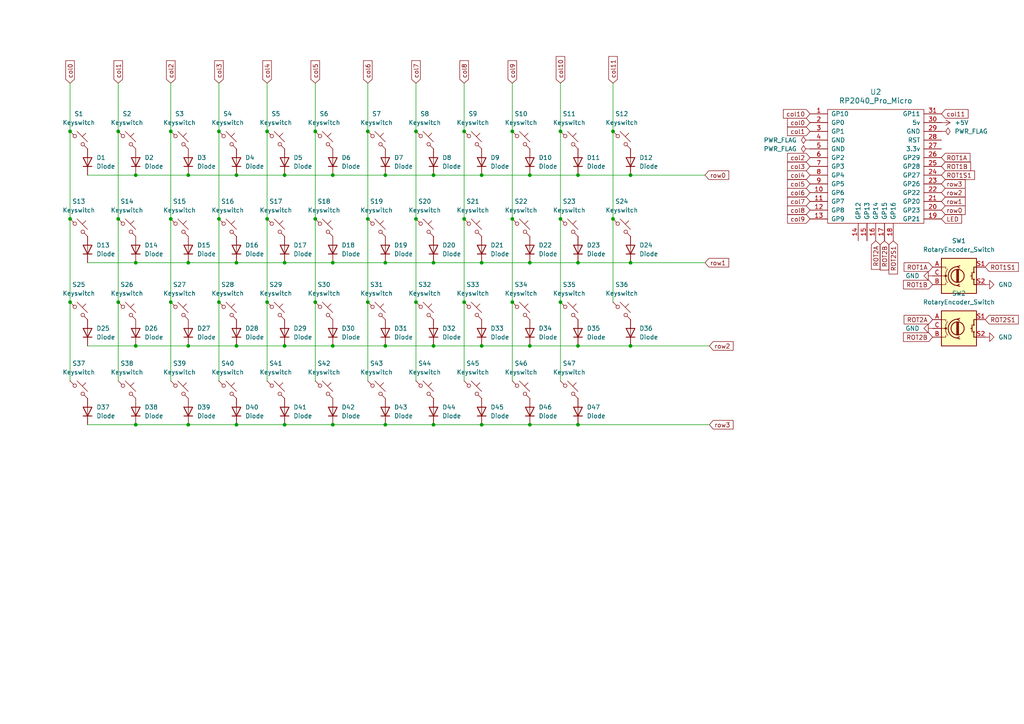
<source format=kicad_sch>
(kicad_sch (version 20231120) (generator "eeschema") (generator_version "8.0")
  (paper "A4")
  (junction (at 111.76 123.19))
  (junction (at 34.29 38.1))
  (junction (at 368.3 33.02))
  (junction (at 368.3 54.61))
  (junction (at 120.65 63.5))
  (junction (at 353.06 54.61))
  (junction (at 383.54 69.85))
  (junction (at 414.02 54.61))
  (junction (at 459.74 77.47))
  (junction (at 54.61 50.8))
  (junction (at 91.44 87.63))
  (junction (at 337.82 92.71))
  (junction (at 474.98 27.94))
  (junction (at 182.88 50.8))
  (junction (at 139.7 100.33))
  (junction (at 177.8 63.5))
  (junction (at 68.58 50.8))
  (junction (at 125.73 123.19))
  (junction (at 68.58 100.33))
  (junction (at 429.26 54.61))
  (junction (at 398.78 77.47))
  (junction (at 39.37 123.19))
  (junction (at 353.06 33.02))
  (junction (at 167.64 100.33))
  (junction (at 398.78 92.71))
  (junction (at 77.47 63.5))
  (junction (at 474.98 77.47))
  (junction (at 383.54 33.02))
  (junction (at 368.3 77.47))
  (junction (at 153.67 50.8))
  (junction (at 312.42 69.85))
  (junction (at 533.4 77.47))
  (junction (at 490.22 77.47))
  (junction (at 398.78 27.94))
  (junction (at 82.55 76.2))
  (junction (at 49.53 38.1))
  (junction (at 398.78 33.02))
  (junction (at 49.53 63.5))
  (junction (at 63.5 87.63))
  (junction (at 383.54 48.26))
  (junction (at 167.64 76.2))
  (junction (at 459.74 69.85))
  (junction (at 505.46 12.7))
  (junction (at 353.06 69.85))
  (junction (at 414.02 48.26))
  (junction (at 68.58 76.2))
  (junction (at 153.67 100.33))
  (junction (at 353.06 48.26))
  (junction (at 34.29 87.63))
  (junction (at 153.67 123.19))
  (junction (at 125.73 50.8))
  (junction (at 77.47 38.1))
  (junction (at 111.76 100.33))
  (junction (at 398.78 54.61))
  (junction (at 474.98 92.71))
  (junction (at 63.5 63.5))
  (junction (at 490.22 69.85))
  (junction (at 474.98 33.02))
  (junction (at 353.06 12.7))
  (junction (at 429.26 33.02))
  (junction (at 444.5 77.47))
  (junction (at 474.98 69.85))
  (junction (at 505.46 33.02))
  (junction (at 459.74 33.02))
  (junction (at 429.26 12.7))
  (junction (at 368.3 69.85))
  (junction (at 414.02 92.71))
  (junction (at 490.22 48.26))
  (junction (at 139.7 76.2))
  (junction (at 414.02 33.02))
  (junction (at 490.22 33.02))
  (junction (at 106.68 63.5))
  (junction (at 490.22 54.61))
  (junction (at 167.64 50.8))
  (junction (at 398.78 12.7))
  (junction (at 444.5 92.71))
  (junction (at 459.74 54.61))
  (junction (at 459.74 92.71))
  (junction (at 429.26 48.26))
  (junction (at 162.56 63.5))
  (junction (at 474.98 54.61))
  (junction (at 429.26 69.85))
  (junction (at 91.44 63.5))
  (junction (at 490.22 12.7))
  (junction (at 139.7 123.19))
  (junction (at 82.55 123.19))
  (junction (at 353.06 77.47))
  (junction (at 153.67 76.2))
  (junction (at 429.26 92.71))
  (junction (at 148.59 38.1))
  (junction (at 474.98 48.26))
  (junction (at 368.3 27.94))
  (junction (at 383.54 27.94))
  (junction (at 34.29 63.5))
  (junction (at 383.54 54.61))
  (junction (at 459.74 27.94))
  (junction (at 383.54 77.47))
  (junction (at 459.74 12.7))
  (junction (at 96.52 50.8))
  (junction (at 54.61 123.19))
  (junction (at 368.3 92.71))
  (junction (at 82.55 50.8))
  (junction (at 54.61 100.33))
  (junction (at 459.74 48.26))
  (junction (at 182.88 100.33))
  (junction (at 368.3 12.7))
  (junction (at 134.62 38.1))
  (junction (at 444.5 33.02))
  (junction (at 106.68 38.1))
  (junction (at 490.22 27.94))
  (junction (at 20.32 63.5))
  (junction (at 383.54 92.71))
  (junction (at 337.82 69.85))
  (junction (at 444.5 27.94))
  (junction (at 429.26 77.47))
  (junction (at 125.73 100.33))
  (junction (at 353.06 27.94))
  (junction (at 120.65 38.1))
  (junction (at 20.32 87.63))
  (junction (at 82.55 100.33))
  (junction (at 162.56 38.1))
  (junction (at 383.54 12.7))
  (junction (at 96.52 123.19))
  (junction (at 39.37 76.2))
  (junction (at 444.5 48.26))
  (junction (at 368.3 48.26))
  (junction (at 148.59 87.63))
  (junction (at 353.06 92.71))
  (junction (at 96.52 100.33))
  (junction (at 139.7 50.8))
  (junction (at 398.78 48.26))
  (junction (at 182.88 76.2))
  (junction (at 68.58 123.19))
  (junction (at 312.42 27.94))
  (junction (at 39.37 100.33))
  (junction (at 414.02 77.47))
  (junction (at 63.5 38.1))
  (junction (at 429.26 27.94))
  (junction (at 167.64 123.19))
  (junction (at 337.82 27.94))
  (junction (at 39.37 50.8))
  (junction (at 106.68 87.63))
  (junction (at 111.76 76.2))
  (junction (at 49.53 87.63))
  (junction (at 474.98 12.7))
  (junction (at 91.44 38.1))
  (junction (at 505.46 54.61))
  (junction (at 111.76 50.8))
  (junction (at 148.59 63.5))
  (junction (at 444.5 54.61))
  (junction (at 177.8 38.1))
  (junction (at 20.32 38.1))
  (junction (at 312.42 48.26))
  (junction (at 444.5 69.85))
  (junction (at 444.5 12.7))
  (junction (at 398.78 69.85))
  (junction (at 96.52 76.2))
  (junction (at 54.61 76.2))
  (junction (at 134.62 63.5))
  (junction (at 337.82 48.26))
  (junction (at 125.73 76.2))
  (junction (at 414.02 69.85))
  (junction (at 77.47 87.63))
  (junction (at 414.02 12.7))
  (junction (at 414.02 27.94))
  (junction (at 134.62 87.63))
  (junction (at 533.4 33.02))
  (junction (at 120.65 87.63))
  (junction (at 162.56 87.63))
  (junction (at 533.4 54.61))
  (wire (pts (xy 91.44 38.1) (xy 91.44 63.5)))
  (wire (pts (xy 490.22 77.47) (xy 474.98 77.47)))
  (wire (pts (xy 49.53 38.1) (xy 49.53 63.5)))
  (wire (pts (xy 162.56 38.1) (xy 162.56 63.5)))
  (wire (pts (xy 162.56 63.5) (xy 162.56 87.63)))
  (wire (pts (xy 398.78 33.02) (xy 414.02 33.02)))
  (wire (pts (xy 459.74 69.85) (xy 474.98 69.85)))
  (wire (pts (xy 68.58 123.19) (xy 82.55 123.19)))
  (wire (pts (xy 134.62 38.1) (xy 134.62 63.5)))
  (wire (pts (xy 474.98 92.71) (xy 459.74 92.71)))
  (wire (pts (xy 312.42 27.94) (xy 337.82 27.94)))
  (wire (pts (xy 63.5 63.5) (xy 63.5 87.63)))
  (wire (pts (xy 459.74 27.94) (xy 474.98 27.94)))
  (wire (pts (xy 444.5 33.02) (xy 459.74 33.02)))
  (wire (pts (xy 353.06 92.71) (xy 337.82 92.71)))
  (wire (pts (xy 39.37 100.33) (xy 54.61 100.33)))
  (wire (pts (xy 444.5 92.71) (xy 429.26 92.71)))
  (wire (pts (xy 153.67 50.8) (xy 167.64 50.8)))
  (wire (pts (xy 134.62 63.5) (xy 134.62 87.63)))
  (wire (pts (xy 77.47 63.5) (xy 77.47 87.63)))
  (wire (pts (xy 20.32 87.63) (xy 20.32 110.49)))
  (wire (pts (xy 513.08 62.23) (xy 513.08 73.66)))
  (wire (pts (xy 120.65 87.63) (xy 120.65 110.49)))
  (wire (pts (xy 125.73 50.8) (xy 139.7 50.8)))
  (wire (pts (xy 490.22 33.02) (xy 505.46 33.02)))
  (wire (pts (xy 490.22 92.71) (xy 474.98 92.71)))
  (wire (pts (xy 49.53 24.13) (xy 49.53 38.1)))
  (wire (pts (xy 459.74 33.02) (xy 474.98 33.02)))
  (wire (pts (xy 414.02 48.26) (xy 429.26 48.26)))
  (wire (pts (xy 490.22 69.85) (xy 505.46 69.85)))
  (wire (pts (xy 134.62 87.63) (xy 134.62 110.49)))
  (wire (pts (xy 490.22 54.61) (xy 505.46 54.61)))
  (wire (pts (xy 63.5 87.63) (xy 63.5 110.49)))
  (wire (pts (xy 330.2 30.48) (xy 330.2 40.64)))
  (wire (pts (xy 312.42 48.26) (xy 337.82 48.26)))
  (wire (pts (xy 330.2 73.66) (xy 330.2 85.09)))
  (wire (pts (xy 34.29 87.63) (xy 34.29 110.49)))
  (wire (pts (xy 68.58 100.33) (xy 82.55 100.33)))
  (wire (pts (xy 125.73 100.33) (xy 139.7 100.33)))
  (wire (pts (xy 414.02 33.02) (xy 429.26 33.02)))
  (wire (pts (xy 429.26 77.47) (xy 414.02 77.47)))
  (wire (pts (xy 429.26 27.94) (xy 444.5 27.94)))
  (wire (pts (xy 429.26 48.26) (xy 444.5 48.26)))
  (wire (pts (xy 444.5 77.47) (xy 429.26 77.47)))
  (wire (pts (xy 383.54 69.85) (xy 398.78 69.85)))
  (wire (pts (xy 167.64 100.33) (xy 182.88 100.33)))
  (wire (pts (xy 474.98 33.02) (xy 490.22 33.02)))
  (wire (pts (xy 96.52 123.19) (xy 111.76 123.19)))
  (wire (pts (xy 513.08 40.64) (xy 513.08 50.8)))
  (wire (pts (xy 312.42 69.85) (xy 337.82 69.85)))
  (wire (pts (xy 533.4 77.47) (xy 490.22 77.47)))
  (wire (pts (xy 20.32 38.1) (xy 20.32 63.5)))
  (wire (pts (xy 368.3 48.26) (xy 383.54 48.26)))
  (wire (pts (xy 96.52 76.2) (xy 111.76 76.2)))
  (wire (pts (xy 414.02 92.71) (xy 398.78 92.71)))
  (wire (pts (xy 383.54 12.7) (xy 398.78 12.7)))
  (wire (pts (xy 429.26 69.85) (xy 444.5 69.85)))
  (wire (pts (xy 182.88 76.2) (xy 204.47 76.2)))
  (wire (pts (xy 337.82 27.94) (xy 353.06 27.94)))
  (wire (pts (xy 474.98 77.47) (xy 459.74 77.47)))
  (wire (pts (xy 20.32 63.5) (xy 20.32 87.63)))
  (wire (pts (xy 39.37 76.2) (xy 54.61 76.2)))
  (wire (pts (xy 148.59 24.13) (xy 148.59 38.1)))
  (wire (pts (xy 312.42 69.85) (xy 312.42 48.26)))
  (wire (pts (xy 25.4 123.19) (xy 39.37 123.19)))
  (wire (pts (xy 82.55 100.33) (xy 96.52 100.33)))
  (wire (pts (xy 120.65 24.13) (xy 120.65 38.1)))
  (wire (pts (xy 139.7 50.8) (xy 153.67 50.8)))
  (wire (pts (xy 398.78 48.26) (xy 414.02 48.26)))
  (wire (pts (xy 429.26 54.61) (xy 444.5 54.61)))
  (wire (pts (xy 368.3 12.7) (xy 383.54 12.7)))
  (wire (pts (xy 111.76 76.2) (xy 125.73 76.2)))
  (wire (pts (xy 106.68 38.1) (xy 106.68 63.5)))
  (wire (pts (xy 120.65 38.1) (xy 120.65 63.5)))
  (wire (pts (xy 429.26 92.71) (xy 414.02 92.71)))
  (wire (pts (xy 490.22 12.7) (xy 505.46 12.7)))
  (wire (pts (xy 177.8 24.13) (xy 177.8 38.1)))
  (wire (pts (xy 162.56 87.63) (xy 162.56 110.49)))
  (wire (pts (xy 459.74 92.71) (xy 444.5 92.71)))
  (wire (pts (xy 148.59 87.63) (xy 148.59 110.49)))
  (wire (pts (xy 177.8 63.5) (xy 177.8 87.63)))
  (wire (pts (xy 337.82 48.26) (xy 353.06 48.26)))
  (wire (pts (xy 77.47 38.1) (xy 77.47 63.5)))
  (wire (pts (xy 398.78 92.71) (xy 383.54 92.71)))
  (wire (pts (xy 353.06 48.26) (xy 368.3 48.26)))
  (wire (pts (xy 153.67 123.19) (xy 167.64 123.19)))
  (wire (pts (xy 25.4 100.33) (xy 39.37 100.33)))
  (wire (pts (xy 444.5 12.7) (xy 459.74 12.7)))
  (wire (pts (xy 312.42 92.71) (xy 312.42 69.85)))
  (wire (pts (xy 429.26 12.7) (xy 444.5 12.7)))
  (wire (pts (xy 337.82 33.02) (xy 353.06 33.02)))
  (wire (pts (xy 125.73 76.2) (xy 139.7 76.2)))
  (wire (pts (xy 111.76 50.8) (xy 125.73 50.8)))
  (wire (pts (xy 134.62 24.13) (xy 134.62 38.1)))
  (wire (pts (xy 533.4 33.02) (xy 533.4 54.61)))
  (wire (pts (xy 25.4 50.8) (xy 39.37 50.8)))
  (wire (pts (xy 353.06 54.61) (xy 368.3 54.61)))
  (wire (pts (xy 167.64 50.8) (xy 182.88 50.8)))
  (wire (pts (xy 312.42 48.26) (xy 312.42 27.94)))
  (wire (pts (xy 148.59 63.5) (xy 148.59 87.63)))
  (wire (pts (xy 368.3 33.02) (xy 383.54 33.02)))
  (wire (pts (xy 505.46 54.61) (xy 533.4 54.61)))
  (wire (pts (xy 125.73 123.19) (xy 139.7 123.19)))
  (wire (pts (xy 353.06 27.94) (xy 368.3 27.94)))
  (wire (pts (xy 91.44 24.13) (xy 91.44 38.1)))
  (wire (pts (xy 139.7 100.33) (xy 153.67 100.33)))
  (wire (pts (xy 459.74 54.61) (xy 474.98 54.61)))
  (wire (pts (xy 474.98 48.26) (xy 490.22 48.26)))
  (wire (pts (xy 414.02 54.61) (xy 429.26 54.61)))
  (wire (pts (xy 490.22 48.26) (xy 505.46 48.26)))
  (wire (pts (xy 167.64 123.19) (xy 205.74 123.19)))
  (wire (pts (xy 177.8 38.1) (xy 177.8 63.5)))
  (wire (pts (xy 337.82 69.85) (xy 353.06 69.85)))
  (wire (pts (xy 20.32 24.13) (xy 20.32 38.1)))
  (wire (pts (xy 533.4 12.7) (xy 533.4 33.02)))
  (wire (pts (xy 513.08 73.66) (xy 330.2 73.66)))
  (wire (pts (xy 25.4 76.2) (xy 39.37 76.2)))
  (wire (pts (xy 474.98 27.94) (xy 490.22 27.94)))
  (wire (pts (xy 533.4 54.61) (xy 533.4 77.47)))
  (wire (pts (xy 77.47 24.13) (xy 77.47 38.1)))
  (wire (pts (xy 368.3 77.47) (xy 353.06 77.47)))
  (wire (pts (xy 459.74 12.7) (xy 474.98 12.7)))
  (wire (pts (xy 444.5 27.94) (xy 459.74 27.94)))
  (wire (pts (xy 533.4 77.47) (xy 533.4 109.22)))
  (wire (pts (xy 63.5 38.1) (xy 63.5 63.5)))
  (wire (pts (xy 414.02 69.85) (xy 429.26 69.85)))
  (wire (pts (xy 459.74 48.26) (xy 474.98 48.26)))
  (wire (pts (xy 148.59 38.1) (xy 148.59 63.5)))
  (wire (pts (xy 139.7 123.19) (xy 153.67 123.19)))
  (wire (pts (xy 414.02 77.47) (xy 398.78 77.47)))
  (wire (pts (xy 96.52 50.8) (xy 111.76 50.8)))
  (wire (pts (xy 513.08 20.32) (xy 513.08 30.48)))
  (wire (pts (xy 414.02 27.94) (xy 429.26 27.94)))
  (wire (pts (xy 459.74 77.47) (xy 444.5 77.47)))
  (wire (pts (xy 505.46 12.7) (xy 533.4 12.7)))
  (wire (pts (xy 353.06 33.02) (xy 368.3 33.02)))
  (wire (pts (xy 54.61 50.8) (xy 68.58 50.8)))
  (wire (pts (xy 330.2 50.8) (xy 330.2 62.23)))
  (wire (pts (xy 34.29 38.1) (xy 34.29 63.5)))
  (wire (pts (xy 120.65 63.5) (xy 120.65 87.63)))
  (wire (pts (xy 398.78 77.47) (xy 383.54 77.47)))
  (wire (pts (xy 368.3 92.71) (xy 353.06 92.71)))
  (wire (pts (xy 368.3 69.85) (xy 383.54 69.85)))
  (wire (pts (xy 398.78 12.7) (xy 414.02 12.7)))
  (wire (pts (xy 111.76 123.19) (xy 125.73 123.19)))
  (wire (pts (xy 353.06 12.7) (xy 368.3 12.7)))
  (wire (pts (xy 337.82 92.71) (xy 312.42 92.71)))
  (wire (pts (xy 383.54 77.47) (xy 368.3 77.47)))
  (wire (pts (xy 167.64 76.2) (xy 182.88 76.2)))
  (wire (pts (xy 490.22 27.94) (xy 505.46 27.94)))
  (wire (pts (xy 68.58 76.2) (xy 82.55 76.2)))
  (wire (pts (xy 49.53 87.63) (xy 49.53 110.49)))
  (wire (pts (xy 513.08 50.8) (xy 330.2 50.8)))
  (wire (pts (xy 353.06 69.85) (xy 368.3 69.85)))
  (wire (pts (xy 82.55 76.2) (xy 96.52 76.2)))
  (wire (pts (xy 383.54 54.61) (xy 398.78 54.61)))
  (wire (pts (xy 162.56 24.13) (xy 162.56 38.1)))
  (wire (pts (xy 111.76 100.33) (xy 125.73 100.33)))
  (wire (pts (xy 49.53 63.5) (xy 49.53 87.63)))
  (wire (pts (xy 398.78 27.94) (xy 414.02 27.94)))
  (wire (pts (xy 96.52 100.33) (xy 111.76 100.33)))
  (wire (pts (xy 82.55 123.19) (xy 96.52 123.19)))
  (wire (pts (xy 505.46 33.02) (xy 533.4 33.02)))
  (wire (pts (xy 368.3 27.94) (xy 383.54 27.94)))
  (wire (pts (xy 398.78 54.61) (xy 414.02 54.61)))
  (wire (pts (xy 444.5 48.26) (xy 459.74 48.26)))
  (wire (pts (xy 474.98 69.85) (xy 490.22 69.85)))
  (wire (pts (xy 182.88 100.33) (xy 205.74 100.33)))
  (wire (pts (xy 444.5 54.61) (xy 459.74 54.61)))
  (wire (pts (xy 337.82 12.7) (xy 353.06 12.7)))
  (wire (pts (xy 54.61 100.33) (xy 68.58 100.33)))
  (wire (pts (xy 414.02 12.7) (xy 429.26 12.7)))
  (wire (pts (xy 34.29 24.13) (xy 34.29 38.1)))
  (wire (pts (xy 34.29 63.5) (xy 34.29 87.63)))
  (wire (pts (xy 91.44 87.63) (xy 91.44 110.49)))
  (wire (pts (xy 444.5 69.85) (xy 459.74 69.85)))
  (wire (pts (xy 353.06 77.47) (xy 337.82 77.47)))
  (wire (pts (xy 68.58 50.8) (xy 82.55 50.8)))
  (wire (pts (xy 383.54 27.94) (xy 398.78 27.94)))
  (wire (pts (xy 54.61 76.2) (xy 68.58 76.2)))
  (wire (pts (xy 368.3 54.61) (xy 383.54 54.61)))
  (wire (pts (xy 139.7 76.2) (xy 153.67 76.2)))
  (wire (pts (xy 513.08 30.48) (xy 330.2 30.48)))
  (wire (pts (xy 182.88 50.8) (xy 204.47 50.8)))
  (wire (pts (xy 39.37 123.19) (xy 54.61 123.19)))
  (wire (pts (xy 474.98 12.7) (xy 490.22 12.7)))
  (wire (pts (xy 77.47 87.63) (xy 77.47 110.49)))
  (wire (pts (xy 82.55 50.8) (xy 96.52 50.8)))
  (wire (pts (xy 398.78 69.85) (xy 414.02 69.85)))
  (wire (pts (xy 337.82 54.61) (xy 353.06 54.61)))
  (wire (pts (xy 474.98 54.61) (xy 490.22 54.61)))
  (wire (pts (xy 153.67 76.2) (xy 167.64 76.2)))
  (wire (pts (xy 429.26 33.02) (xy 444.5 33.02)))
  (wire (pts (xy 54.61 123.19) (xy 68.58 123.19)))
  (wire (pts (xy 383.54 33.02) (xy 398.78 33.02)))
  (wire (pts (xy 106.68 87.63) (xy 106.68 110.49)))
  (wire (pts (xy 383.54 92.71) (xy 368.3 92.71)))
  (wire (pts (xy 153.67 100.33) (xy 167.64 100.33)))
  (wire (pts (xy 63.5 24.13) (xy 63.5 38.1)))
  (wire (pts (xy 383.54 48.26) (xy 398.78 48.26)))
  (wire (pts (xy 91.44 63.5) (xy 91.44 87.63)))
  (wire (pts (xy 106.68 63.5) (xy 106.68 87.63)))
  (wire (pts (xy 106.68 24.13) (xy 106.68 38.1)))
  (wire (pts (xy 39.37 50.8) (xy 54.61 50.8)))
  (wire (pts (xy 312.42 -1.27) (xy 312.42 27.94)))
  (global_label "col9" (shape input) (at 234.95 63.5 180) (property "Intersheetrefs" "${INTERSHEET_REFS}" (effects (hide yes))))
  (global_label "col11" (shape input) (at 273.05 33.02 0) (property "Intersheetrefs" "${INTERSHEET_REFS}" (effects (hide yes))))
  (global_label "col5" (shape input) (at 91.44 24.13 90) (property "Intersheetrefs" "${INTERSHEET_REFS}" (effects (hide yes))))
  (global_label "col6" (shape input) (at 106.68 24.13 90) (property "Intersheetrefs" "${INTERSHEET_REFS}" (effects (hide yes))))
  (global_label "col3" (shape input) (at 234.95 48.26 180) (property "Intersheetrefs" "${INTERSHEET_REFS}" (effects (hide yes))))
  (global_label "col7" (shape input) (at 234.95 58.42 180) (property "Intersheetrefs" "${INTERSHEET_REFS}" (effects (hide yes))))
  (global_label "col10" (shape input) (at 234.95 33.02 180) (property "Intersheetrefs" "${INTERSHEET_REFS}" (effects (hide yes))))
  (global_label "ROT2A" (shape input) (at 270.51 92.71 180) (property "Intersheetrefs" "${INTERSHEET_REFS}" (effects (hide yes))))
  (global_label "ROT1S1" (shape input) (at 285.75 77.47 0) (property "Intersheetrefs" "${INTERSHEET_REFS}" (effects (hide yes))))
  (global_label "col0" (shape input) (at 234.95 35.56 180) (property "Intersheetrefs" "${INTERSHEET_REFS}" (effects (hide yes))))
  (global_label "ROT1A" (shape input) (at 273.05 45.72 0) (property "Intersheetrefs" "${INTERSHEET_REFS}" (effects (hide yes))))
  (global_label "col2" (shape input) (at 49.53 24.13 90) (property "Intersheetrefs" "${INTERSHEET_REFS}" (effects (hide yes))))
  (global_label "ROT1B" (shape input) (at 270.51 82.55 180) (property "Intersheetrefs" "${INTERSHEET_REFS}" (effects (hide yes))))
  (global_label "col8" (shape input) (at 134.62 24.13 90) (property "Intersheetrefs" "${INTERSHEET_REFS}" (effects (hide yes))))
  (global_label "row1" (shape input) (at 204.47 76.2 0) (property "Intersheetrefs" "${INTERSHEET_REFS}" (effects (hide yes))))
  (global_label "ROT2B" (shape input) (at 270.51 97.79 180) (property "Intersheetrefs" "${INTERSHEET_REFS}" (effects (hide yes))))
  (global_label "col10" (shape input) (at 162.56 24.13 90) (property "Intersheetrefs" "${INTERSHEET_REFS}" (effects (hide yes))))
  (global_label "ROT1A" (shape input) (at 270.51 77.47 180) (property "Intersheetrefs" "${INTERSHEET_REFS}" (effects (hide yes))))
  (global_label "col8" (shape input) (at 234.95 60.96 180) (property "Intersheetrefs" "${INTERSHEET_REFS}" (effects (hide yes))))
  (global_label "col7" (shape input) (at 120.65 24.13 90) (property "Intersheetrefs" "${INTERSHEET_REFS}" (effects (hide yes))))
  (global_label "col0" (shape input) (at 20.32 24.13 90) (property "Intersheetrefs" "${INTERSHEET_REFS}" (effects (hide yes))))
  (global_label "ROT1B" (shape input) (at 273.05 48.26 0) (property "Intersheetrefs" "${INTERSHEET_REFS}" (effects (hide yes))))
  (global_label "col4" (shape input) (at 234.95 50.8 180) (property "Intersheetrefs" "${INTERSHEET_REFS}" (effects (hide yes))))
  (global_label "LED" (shape input) (at 273.05 63.5 0) (property "Intersheetrefs" "${INTERSHEET_REFS}" (effects (hide yes))))
  (global_label "row3" (shape input) (at 273.05 53.34 0) (property "Intersheetrefs" "${INTERSHEET_REFS}" (effects (hide yes))))
  (global_label "col5" (shape input) (at 234.95 53.34 180) (property "Intersheetrefs" "${INTERSHEET_REFS}" (effects (hide yes))))
  (global_label "ROT2A" (shape input) (at 254 69.85 270) (property "Intersheetrefs" "${INTERSHEET_REFS}" (effects (hide yes))))
  (global_label "row2" (shape input) (at 273.05 55.88 0) (property "Intersheetrefs" "${INTERSHEET_REFS}" (effects (hide yes))))
  (global_label "row1" (shape input) (at 273.05 58.42 0) (property "Intersheetrefs" "${INTERSHEET_REFS}" (effects (hide yes))))
  (global_label "col1" (shape input) (at 34.29 24.13 90) (property "Intersheetrefs" "${INTERSHEET_REFS}" (effects (hide yes))))
  (global_label "ROT1S1" (shape input) (at 273.05 50.8 0) (property "Intersheetrefs" "${INTERSHEET_REFS}" (effects (hide yes))))
  (global_label "row3" (shape input) (at 205.74 123.19 0) (property "Intersheetrefs" "${INTERSHEET_REFS}" (effects (hide yes))))
  (global_label "col4" (shape input) (at 77.47 24.13 90) (property "Intersheetrefs" "${INTERSHEET_REFS}" (effects (hide yes))))
  (global_label "row2" (shape input) (at 205.74 100.33 0) (property "Intersheetrefs" "${INTERSHEET_REFS}" (effects (hide yes))))
  (global_label "col6" (shape input) (at 234.95 55.88 180) (property "Intersheetrefs" "${INTERSHEET_REFS}" (effects (hide yes))))
  (global_label "col9" (shape input) (at 148.59 24.13 90) (property "Intersheetrefs" "${INTERSHEET_REFS}" (effects (hide yes))))
  (global_label "col1" (shape input) (at 234.95 38.1 180) (property "Intersheetrefs" "${INTERSHEET_REFS}" (effects (hide yes))))
  (global_label "ROT2S1" (shape input) (at 285.75 92.71 0) (property "Intersheetrefs" "${INTERSHEET_REFS}" (effects (hide yes))))
  (global_label "col3" (shape input) (at 63.5 24.13 90) (property "Intersheetrefs" "${INTERSHEET_REFS}" (effects (hide yes))))
  (global_label "row0" (shape input) (at 204.47 50.8 0) (property "Intersheetrefs" "${INTERSHEET_REFS}" (effects (hide yes))))
  (global_label "col11" (shape input) (at 177.8 24.13 90) (property "Intersheetrefs" "${INTERSHEET_REFS}" (effects (hide yes))))
  (global_label "LED" (shape input) (at 330.2 20.32 180) (property "Intersheetrefs" "${INTERSHEET_REFS}" (effects (hide yes))))
  (global_label "ROT2B" (shape input) (at 256.54 69.85 270) (property "Intersheetrefs" "${INTERSHEET_REFS}" (effects (hide yes))))
  (global_label "col2" (shape input) (at 234.95 45.72 180) (property "Intersheetrefs" "${INTERSHEET_REFS}" (effects (hide yes))))
  (global_label "ROT2S1" (shape input) (at 259.08 69.85 270) (property "Intersheetrefs" "${INTERSHEET_REFS}" (effects (hide yes))))
  (global_label "row0" (shape input) (at 273.05 60.96 0) (property "Intersheetrefs" "${INTERSHEET_REFS}" (effects (hide yes))))
  (symbol (lib_id "ScottoKeebs:LED_SK6812MINI") (at 398.78 62.23 0) (unit 1)
    (property "Reference" "D76" (at 412.75 53.3714 0))
    (property "Value" "LED_SK6812MINI" (at 412.75 55.9114 0))
    (property "Footprint" "ScottoKeebs_Components:LED_SK6812MINI" (effects (hide yes)))
    (property "Datasheet" "https://cdn-shop.adafruit.com/product-files/2686/SK6812MINI_REV.01-1-2.pdf" (effects (hide yes)))
    (property "Description" "RGB LED with integrated controller" (effects (hide yes)))
    (property "LCSC" "C5149201" (at 412.75 58.4514 0))
  )
  (symbol (lib_id "ScottoKeebs:Placeholder_Diode") (at 54.61 72.39 90) (unit 1)
    (property "Reference" "D15" (at 57.15 71.1199 90) (effects (justify right)))
    (property "Value" "Diode" (at 57.15 73.6599 90) (effects (justify right)))
    (property "Footprint" "Diode_SMD:D_SOD-123" (effects (hide yes)))
    (property "Description" "1N4148 (DO-35) or 1N4148W (SOD-123)" (effects (hide yes)))
    (property "Sim.Device" "D" (effects (hide yes)))
    (property "Sim.Pins" "1=K 2=A" (effects (hide yes)))
  )
  (symbol (lib_id "power:GND") (at 270.51 80.01 270) (unit 1)
    (property "Reference" "#PWR5" (effects (hide yes)))
    (property "Value" "GND" (at 266.7 80.0099 90) (effects (justify right)))
    (property "Description" "Power symbol creates a global label with name \"GND\" , ground" (effects (hide yes)))
  )
  (symbol (lib_id "ScottoKeebs:Placeholder_Keyswitch") (at 151.13 66.04 0) (unit 1)
    (property "Reference" "S22" (at 151.13 58.42 0))
    (property "Value" "Keyswitch" (at 151.13 60.96 0))
    (property "Footprint" "KS33:SW_Gateron_LowProfile_HotSwap_PTH" (effects (hide yes)))
    (property "Description" "Push button switch, normally open, two pins, 45° tilted" (effects (hide yes)))
  )
  (symbol (lib_id "ScottoKeebs:LED_SK6812MINI") (at 444.5 40.64 0) (unit 1)
    (property "Reference" "D67" (at 458.47 31.7814 0))
    (property "Value" "LED_SK6812MINI" (at 458.47 34.3214 0))
    (property "Footprint" "ScottoKeebs_Components:LED_SK6812MINI" (effects (hide yes)))
    (property "Datasheet" "https://cdn-shop.adafruit.com/product-files/2686/SK6812MINI_REV.01-1-2.pdf" (effects (hide yes)))
    (property "Description" "RGB LED with integrated controller" (effects (hide yes)))
    (property "LCSC" "C5149201" (at 458.47 36.8614 0))
  )
  (symbol (lib_id "ScottoKeebs:Placeholder_Keyswitch") (at 109.22 113.03 0) (unit 1)
    (property "Reference" "S43" (at 109.22 105.41 0))
    (property "Value" "Keyswitch" (at 109.22 107.95 0))
    (property "Footprint" "KS33:SW_Gateron_LowProfile_HotSwap_PTH" (effects (hide yes)))
    (property "Description" "Push button switch, normally open, two pins, 45° tilted" (effects (hide yes)))
  )
  (symbol (lib_id "power:GND") (at 285.75 97.79 90) (unit 1)
    (property "Reference" "#PWR3" (effects (hide yes)))
    (property "Value" "GND" (at 289.56 97.7899 90) (effects (justify right)))
    (property "Description" "Power symbol creates a global label with name \"GND\" , ground" (effects (hide yes)))
  )
  (symbol (lib_id "ScottoKeebs:Placeholder_Keyswitch") (at 165.1 113.03 0) (unit 1)
    (property "Reference" "S47" (at 165.1 105.41 0))
    (property "Value" "Keyswitch" (at 165.1 107.95 0))
    (property "Footprint" "KS33:SW_Gateron_LowProfile_HotSwap_PTH" (effects (hide yes)))
    (property "Description" "Push button switch, normally open, two pins, 45° tilted" (effects (hide yes)))
  )
  (symbol (lib_id "ScottoKeebs:LED_SK6812MINI") (at 398.78 20.32 0) (unit 1)
    (property "Reference" "D52" (at 412.75 11.4614 0))
    (property "Value" "LED_SK6812MINI" (at 412.75 14.0014 0))
    (property "Footprint" "ScottoKeebs_Components:LED_SK6812MINI" (effects (hide yes)))
    (property "Datasheet" "https://cdn-shop.adafruit.com/product-files/2686/SK6812MINI_REV.01-1-2.pdf" (effects (hide yes)))
    (property "Description" "RGB LED with integrated controller" (effects (hide yes)))
    (property "LCSC" "C5149201" (at 412.75 16.5414 0))
  )
  (symbol (lib_id "ScottoKeebs:LED_SK6812MINI") (at 490.22 40.64 0) (unit 1)
    (property "Reference" "D70" (at 504.19 31.7814 0))
    (property "Value" "LED_SK6812MINI" (at 504.19 34.3214 0))
    (property "Footprint" "ScottoKeebs_Components:LED_SK6812MINI" (effects (hide yes)))
    (property "Datasheet" "https://cdn-shop.adafruit.com/product-files/2686/SK6812MINI_REV.01-1-2.pdf" (effects (hide yes)))
    (property "Description" "RGB LED with integrated controller" (effects (hide yes)))
    (property "LCSC" "C5149201" (at 504.19 36.8614 0))
  )
  (symbol (lib_id "ScottoKeebs:Placeholder_Keyswitch") (at 66.04 40.64 0) (unit 1)
    (property "Reference" "S4" (at 66.04 33.02 0))
    (property "Value" "Keyswitch" (at 66.04 35.56 0))
    (property "Footprint" "KS33:SW_Gateron_LowProfile_HotSwap_PTH" (effects (hide yes)))
    (property "Description" "Push button switch, normally open, two pins, 45° tilted" (effects (hide yes)))
  )
  (symbol (lib_id "ScottoKeebs:Placeholder_Keyswitch") (at 93.98 40.64 0) (unit 1)
    (property "Reference" "S6" (at 93.98 33.02 0))
    (property "Value" "Keyswitch" (at 93.98 35.56 0))
    (property "Footprint" "KS33:SW_Gateron_LowProfile_HotSwap_PTH" (effects (hide yes)))
    (property "Description" "Push button switch, normally open, two pins, 45° tilted" (effects (hide yes)))
  )
  (symbol (lib_id "ScottoKeebs:Placeholder_Diode") (at 139.7 119.38 90) (unit 1)
    (property "Reference" "D45" (at 142.24 118.1099 90) (effects (justify right)))
    (property "Value" "Diode" (at 142.24 120.6499 90) (effects (justify right)))
    (property "Footprint" "Diode_SMD:D_SOD-123" (effects (hide yes)))
    (property "Description" "1N4148 (DO-35) or 1N4148W (SOD-123)" (effects (hide yes)))
    (property "Sim.Device" "D" (effects (hide yes)))
    (property "Sim.Pins" "1=K 2=A" (effects (hide yes)))
  )
  (symbol (lib_id "ScottoKeebs:Placeholder_Keyswitch") (at 123.19 40.64 0) (unit 1)
    (property "Reference" "S8" (at 123.19 33.02 0))
    (property "Value" "Keyswitch" (at 123.19 35.56 0))
    (property "Footprint" "KS33:SW_Gateron_LowProfile_HotSwap_PTH" (effects (hide yes)))
    (property "Description" "Push button switch, normally open, two pins, 45° tilted" (effects (hide yes)))
  )
  (symbol (lib_id "ScottoKeebs:Placeholder_Diode") (at 111.76 96.52 90) (unit 1)
    (property "Reference" "D31" (at 114.3 95.2499 90) (effects (justify right)))
    (property "Value" "Diode" (at 114.3 97.7899 90) (effects (justify right)))
    (property "Footprint" "Diode_SMD:D_SOD-123" (effects (hide yes)))
    (property "Description" "1N4148 (DO-35) or 1N4148W (SOD-123)" (effects (hide yes)))
    (property "Sim.Device" "D" (effects (hide yes)))
    (property "Sim.Pins" "1=K 2=A" (effects (hide yes)))
  )
  (symbol (lib_id "ScottoKeebs:LED_SK6812MINI") (at 490.22 62.23 0) (unit 1)
    (property "Reference" "D82" (at 504.19 53.3714 0))
    (property "Value" "LED_SK6812MINI" (at 504.19 55.9114 0))
    (property "Footprint" "ScottoKeebs_Components:LED_SK6812MINI" (effects (hide yes)))
    (property "Datasheet" "https://cdn-shop.adafruit.com/product-files/2686/SK6812MINI_REV.01-1-2.pdf" (effects (hide yes)))
    (property "Description" "RGB LED with integrated controller" (effects (hide yes)))
    (property "LCSC" "C5149201" (at 504.19 58.4514 0))
  )
  (symbol (lib_id "Device:RotaryEncoder_Switch") (at 278.13 80.01 0) (unit 1)
    (property "Reference" "SW1" (at 278.13 69.85 0))
    (property "Value" "RotaryEncoder_Switch" (at 278.13 72.39 0))
    (property "Footprint" "Rotary_Encoder:RotaryEncoder_Alps_EC11E-Switch_Vertical_H20mm_CircularMountingHoles" (effects (hide yes)))
    (property "Description" "Rotary encoder, dual channel, incremental quadrate outputs, with switch" (effects (hide yes)))
  )
  (symbol (lib_id "power:+5V") (at 533.4 109.22 180) (unit 1)
    (property "Reference" "#PWR2" (effects (hide yes)))
    (property "Value" "+5V" (at 533.4 114.3 0))
    (property "Description" "Power symbol creates a global label with name \"+5V\"" (effects (hide yes)))
  )
  (symbol (lib_id "ScottoKeebs:LED_SK6812MINI") (at 505.46 62.23 0) (unit 1)
    (property "Reference" "D83" (at 519.43 53.3714 0))
    (property "Value" "LED_SK6812MINI" (at 519.43 55.9114 0))
    (property "Footprint" "ScottoKeebs_Components:LED_SK6812MINI" (effects (hide yes)))
    (property "Datasheet" "https://cdn-shop.adafruit.com/product-files/2686/SK6812MINI_REV.01-1-2.pdf" (effects (hide yes)))
    (property "Description" "RGB LED with integrated controller" (effects (hide yes)))
    (property "LCSC" "C5149201" (at 519.43 58.4514 0))
  )
  (symbol (lib_id "ScottoKeebs:Placeholder_Diode") (at 111.76 119.38 90) (unit 1)
    (property "Reference" "D43" (at 114.3 118.1099 90) (effects (justify right)))
    (property "Value" "Diode" (at 114.3 120.6499 90) (effects (justify right)))
    (property "Footprint" "Diode_SMD:D_SOD-123" (effects (hide yes)))
    (property "Description" "1N4148 (DO-35) or 1N4148W (SOD-123)" (effects (hide yes)))
    (property "Sim.Device" "D" (effects (hide yes)))
    (property "Sim.Pins" "1=K 2=A" (effects (hide yes)))
  )
  (symbol (lib_id "ScottoKeebs:Placeholder_Keyswitch") (at 22.86 90.17 0) (unit 1)
    (property "Reference" "S25" (at 22.86 82.55 0))
    (property "Value" "Keyswitch" (at 22.86 85.09 0))
    (property "Footprint" "KS33:SW_Gateron_LowProfile_HotSwap_PTH" (effects (hide yes)))
    (property "Description" "Push button switch, normally open, two pins, 45° tilted" (effects (hide yes)))
  )
  (symbol (lib_id "ScottoKeebs:Placeholder_Keyswitch") (at 80.01 113.03 0) (unit 1)
    (property "Reference" "S41" (at 80.01 105.41 0))
    (property "Value" "Keyswitch" (at 80.01 107.95 0))
    (property "Footprint" "KS33:SW_Gateron_LowProfile_HotSwap_PTH" (effects (hide yes)))
    (property "Description" "Push button switch, normally open, two pins, 45° tilted" (effects (hide yes)))
  )
  (symbol (lib_id "ScottoKeebs:Placeholder_Keyswitch") (at 137.16 113.03 0) (unit 1)
    (property "Reference" "S45" (at 137.16 105.41 0))
    (property "Value" "Keyswitch" (at 137.16 107.95 0))
    (property "Footprint" "KS33:SW_Gateron_LowProfile_HotSwap_PTH" (effects (hide yes)))
    (property "Description" "Push button switch, normally open, two pins, 45° tilted" (effects (hide yes)))
  )
  (symbol (lib_id "ScottoKeebs:Placeholder_Keyswitch") (at 93.98 66.04 0) (unit 1)
    (property "Reference" "S18" (at 93.98 58.42 0))
    (property "Value" "Keyswitch" (at 93.98 60.96 0))
    (property "Footprint" "KS33:SW_Gateron_LowProfile_HotSwap_PTH" (effects (hide yes)))
    (property "Description" "Push button switch, normally open, two pins, 45° tilted" (effects (hide yes)))
  )
  (symbol (lib_id "ScottoKeebs:LED_SK6812MINI") (at 459.74 40.64 0) (unit 1)
    (property "Reference" "D68" (at 473.71 31.7814 0))
    (property "Value" "LED_SK6812MINI" (at 473.71 34.3214 0))
    (property "Footprint" "ScottoKeebs_Components:LED_SK6812MINI" (effects (hide yes)))
    (property "Datasheet" "https://cdn-shop.adafruit.com/product-files/2686/SK6812MINI_REV.01-1-2.pdf" (effects (hide yes)))
    (property "Description" "RGB LED with integrated controller" (effects (hide yes)))
    (property "LCSC" "C5149201" (at 473.71 36.8614 0))
  )
  (symbol (lib_id "ScottoKeebs:Placeholder_Keyswitch") (at 123.19 113.03 0) (unit 1)
    (property "Reference" "S44" (at 123.19 105.41 0))
    (property "Value" "Keyswitch" (at 123.19 107.95 0))
    (property "Footprint" "KS33:SW_Gateron_LowProfile_HotSwap_PTH" (effects (hide yes)))
    (property "Description" "Push button switch, normally open, two pins, 45° tilted" (effects (hide yes)))
  )
  (symbol (lib_id "ScottoKeebs:Placeholder_Diode") (at 153.67 119.38 90) (unit 1)
    (property "Reference" "D46" (at 156.21 118.1099 90) (effects (justify right)))
    (property "Value" "Diode" (at 156.21 120.6499 90) (effects (justify right)))
    (property "Footprint" "Diode_SMD:D_SOD-123" (effects (hide yes)))
    (property "Description" "1N4148 (DO-35) or 1N4148W (SOD-123)" (effects (hide yes)))
    (property "Sim.Device" "D" (effects (hide yes)))
    (property "Sim.Pins" "1=K 2=A" (effects (hide yes)))
  )
  (symbol (lib_id "ScottoKeebs:LED_SK6812MINI") (at 444.5 85.09 0) (unit 1)
    (property "Reference" "D91" (at 458.47 76.2314 0))
    (property "Value" "LED_SK6812MINI" (at 458.47 78.7714 0))
    (property "Footprint" "ScottoKeebs_Components:LED_SK6812MINI" (effects (hide yes)))
    (property "Datasheet" "https://cdn-shop.adafruit.com/product-files/2686/SK6812MINI_REV.01-1-2.pdf" (effects (hide yes)))
    (property "Description" "RGB LED with integrated controller" (effects (hide yes)))
    (property "LCSC" "C5149201" (at 458.47 81.3114 0))
  )
  (symbol (lib_id "ScottoKeebs:LED_SK6812MINI") (at 474.98 20.32 0) (unit 1)
    (property "Reference" "D57" (at 488.95 11.4614 0))
    (property "Value" "LED_SK6812MINI" (at 488.95 14.0014 0))
    (property "Footprint" "ScottoKeebs_Components:LED_SK6812MINI" (effects (hide yes)))
    (property "Datasheet" "https://cdn-shop.adafruit.com/product-files/2686/SK6812MINI_REV.01-1-2.pdf" (effects (hide yes)))
    (property "Description" "RGB LED with integrated controller" (effects (hide yes)))
    (property "LCSC" "C5149201" (at 488.95 16.5414 0))
  )
  (symbol (lib_id "ScottoKeebs:Placeholder_Keyswitch") (at 36.83 66.04 0) (unit 1)
    (property "Reference" "S14" (at 36.83 58.42 0))
    (property "Value" "Keyswitch" (at 36.83 60.96 0))
    (property "Footprint" "KS33:SW_Gateron_LowProfile_HotSwap_PTH" (effects (hide yes)))
    (property "Description" "Push button switch, normally open, two pins, 45° tilted" (effects (hide yes)))
  )
  (symbol (lib_id "ScottoKeebs:Placeholder_Diode") (at 25.4 96.52 90) (unit 1)
    (property "Reference" "D25" (at 27.94 95.2499 90) (effects (justify right)))
    (property "Value" "Diode" (at 27.94 97.7899 90) (effects (justify right)))
    (property "Footprint" "Diode_SMD:D_SOD-123" (effects (hide yes)))
    (property "Description" "1N4148 (DO-35) or 1N4148W (SOD-123)" (effects (hide yes)))
    (property "Sim.Device" "D" (effects (hide yes)))
    (property "Sim.Pins" "1=K 2=A" (effects (hide yes)))
  )
  (symbol (lib_id "ScottoKeebs:LED_SK6812MINI") (at 398.78 40.64 0) (unit 1)
    (property "Reference" "D64" (at 412.75 31.7814 0))
    (property "Value" "LED_SK6812MINI" (at 412.75 34.3214 0))
    (property "Footprint" "ScottoKeebs_Components:LED_SK6812MINI" (effects (hide yes)))
    (property "Datasheet" "https://cdn-shop.adafruit.com/product-files/2686/SK6812MINI_REV.01-1-2.pdf" (effects (hide yes)))
    (property "Description" "RGB LED with integrated controller" (effects (hide yes)))
    (property "LCSC" "C5149201" (at 412.75 36.8614 0))
  )
  (symbol (lib_id "ScottoKeebs:LED_SK6812MINI") (at 368.3 62.23 0) (unit 1)
    (property "Reference" "D74" (at 382.27 53.3714 0))
    (property "Value" "LED_SK6812MINI" (at 382.27 55.9114 0))
    (property "Footprint" "ScottoKeebs_Components:LED_SK6812MINI" (effects (hide yes)))
    (property "Datasheet" "https://cdn-shop.adafruit.com/product-files/2686/SK6812MINI_REV.01-1-2.pdf" (effects (hide yes)))
    (property "Description" "RGB LED with integrated controller" (effects (hide yes)))
    (property "LCSC" "C5149201" (at 382.27 58.4514 0))
  )
  (symbol (lib_id "ScottoKeebs:Placeholder_Diode") (at 153.67 46.99 90) (unit 1)
    (property "Reference" "D10" (at 156.21 45.7199 90) (effects (justify right)))
    (property "Value" "Diode" (at 156.21 48.2599 90) (effects (justify right)))
    (property "Footprint" "Diode_SMD:D_SOD-123" (effects (hide yes)))
    (property "Description" "1N4148 (DO-35) or 1N4148W (SOD-123)" (effects (hide yes)))
    (property "Sim.Device" "D" (effects (hide yes)))
    (property "Sim.Pins" "1=K 2=A" (effects (hide yes)))
  )
  (symbol (lib_id "ScottoKeebs:Placeholder_Diode") (at 96.52 96.52 90) (unit 1)
    (property "Reference" "D30" (at 99.06 95.2499 90) (effects (justify right)))
    (property "Value" "Diode" (at 99.06 97.7899 90) (effects (justify right)))
    (property "Footprint" "Diode_SMD:D_SOD-123" (effects (hide yes)))
    (property "Description" "1N4148 (DO-35) or 1N4148W (SOD-123)" (effects (hide yes)))
    (property "Sim.Device" "D" (effects (hide yes)))
    (property "Sim.Pins" "1=K 2=A" (effects (hide yes)))
  )
  (symbol (lib_id "ScottoKeebs:Placeholder_Diode") (at 111.76 72.39 90) (unit 1)
    (property "Reference" "D19" (at 114.3 71.1199 90) (effects (justify right)))
    (property "Value" "Diode" (at 114.3 73.6599 90) (effects (justify right)))
    (property "Footprint" "Diode_SMD:D_SOD-123" (effects (hide yes)))
    (property "Description" "1N4148 (DO-35) or 1N4148W (SOD-123)" (effects (hide yes)))
    (property "Sim.Device" "D" (effects (hide yes)))
    (property "Sim.Pins" "1=K 2=A" (effects (hide yes)))
  )
  (symbol (lib_id "ScottoKeebs:MCU_RP2040_Pro_Micro") (at 254 48.26 0) (unit 1)
    (property "Reference" "U2" (at 254 26.67 0) (effects (font (size 1.524 1.524))))
    (property "Value" "RP2040_Pro_Micro" (at 254 29.21 0) (effects (font (size 1.524 1.524))))
    (property "Footprint" "ScottoKeebs_MCU:RP2040_Pro_Micro" (effects (hide yes)))
  )
  (symbol (lib_id "Device:RotaryEncoder_Switch") (at 278.13 95.25 0) (unit 1)
    (property "Reference" "SW2" (at 278.13 85.09 0))
    (property "Value" "RotaryEncoder_Switch" (at 278.13 87.63 0))
    (property "Footprint" "Rotary_Encoder:RotaryEncoder_Alps_EC11E-Switch_Vertical_H20mm_CircularMountingHoles" (effects (hide yes)))
    (property "Description" "Rotary encoder, dual channel, incremental quadrate outputs, with switch" (effects (hide yes)))
  )
  (symbol (lib_id "ScottoKeebs:Placeholder_Diode") (at 139.7 46.99 90) (unit 1)
    (property "Reference" "D9" (at 142.24 45.7199 90) (effects (justify right)))
    (property "Value" "Diode" (at 142.24 48.2599 90) (effects (justify right)))
    (property "Footprint" "Diode_SMD:D_SOD-123" (effects (hide yes)))
    (property "Description" "1N4148 (DO-35) or 1N4148W (SOD-123)" (effects (hide yes)))
    (property "Sim.Device" "D" (effects (hide yes)))
    (property "Sim.Pins" "1=K 2=A" (effects (hide yes)))
  )
  (symbol (lib_id "ScottoKeebs:Placeholder_Keyswitch") (at 165.1 90.17 0) (unit 1)
    (property "Reference" "S35" (at 165.1 82.55 0))
    (property "Value" "Keyswitch" (at 165.1 85.09 0))
    (property "Footprint" "KS33:SW_Gateron_LowProfile_HotSwap_PTH" (effects (hide yes)))
    (property "Description" "Push button switch, normally open, two pins, 45° tilted" (effects (hide yes)))
  )
  (symbol (lib_id "ScottoKeebs:Placeholder_Diode") (at 82.55 96.52 90) (unit 1)
    (property "Reference" "D29" (at 85.09 95.2499 90) (effects (justify right)))
    (property "Value" "Diode" (at 85.09 97.7899 90) (effects (justify right)))
    (property "Footprint" "Diode_SMD:D_SOD-123" (effects (hide yes)))
    (property "Description" "1N4148 (DO-35) or 1N4148W (SOD-123)" (effects (hide yes)))
    (property "Sim.Device" "D" (effects (hide yes)))
    (property "Sim.Pins" "1=K 2=A" (effects (hide yes)))
  )
  (symbol (lib_id "ScottoKeebs:LED_SK6812MINI") (at 459.74 62.23 0) (unit 1)
    (property "Reference" "D80" (at 473.71 53.3714 0))
    (property "Value" "LED_SK6812MINI" (at 473.71 55.9114 0))
    (property "Footprint" "ScottoKeebs_Components:LED_SK6812MINI" (effects (hide yes)))
    (property "Datasheet" "https://cdn-shop.adafruit.com/product-files/2686/SK6812MINI_REV.01-1-2.pdf" (effects (hide yes)))
    (property "Description" "RGB LED with integrated controller" (effects (hide yes)))
    (property "LCSC" "C5149201" (at 473.71 58.4514 0))
  )
  (symbol (lib_id "ScottoKeebs:Placeholder_Diode") (at 125.73 72.39 90) (unit 1)
    (property "Reference" "D20" (at 128.27 71.1199 90) (effects (justify right)))
    (property "Value" "Diode" (at 128.27 73.6599 90) (effects (justify right)))
    (property "Footprint" "Diode_SMD:D_SOD-123" (effects (hide yes)))
    (property "Description" "1N4148 (DO-35) or 1N4148W (SOD-123)" (effects (hide yes)))
    (property "Sim.Device" "D" (effects (hide yes)))
    (property "Sim.Pins" "1=K 2=A" (effects (hide yes)))
  )
  (symbol (lib_id "ScottoKeebs:Placeholder_Keyswitch") (at 66.04 90.17 0) (unit 1)
    (property "Reference" "S28" (at 66.04 82.55 0))
    (property "Value" "Keyswitch" (at 66.04 85.09 0))
    (property "Footprint" "KS33:SW_Gateron_LowProfile_HotSwap_PTH" (effects (hide yes)))
    (property "Description" "Push button switch, normally open, two pins, 45° tilted" (effects (hide yes)))
  )
  (symbol (lib_id "ScottoKeebs:Placeholder_Diode") (at 153.67 96.52 90) (unit 1)
    (property "Reference" "D34" (at 156.21 95.2499 90) (effects (justify right)))
    (property "Value" "Diode" (at 156.21 97.7899 90) (effects (justify right)))
    (property "Footprint" "Diode_SMD:D_SOD-123" (effects (hide yes)))
    (property "Description" "1N4148 (DO-35) or 1N4148W (SOD-123)" (effects (hide yes)))
    (property "Sim.Device" "D" (effects (hide yes)))
    (property "Sim.Pins" "1=K 2=A" (effects (hide yes)))
  )
  (symbol (lib_id "ScottoKeebs:Placeholder_Diode") (at 68.58 119.38 90) (unit 1)
    (property "Reference" "D40" (at 71.12 118.1099 90) (effects (justify right)))
    (property "Value" "Diode" (at 71.12 120.6499 90) (effects (justify right)))
    (property "Footprint" "Diode_SMD:D_SOD-123" (effects (hide yes)))
    (property "Description" "1N4148 (DO-35) or 1N4148W (SOD-123)" (effects (hide yes)))
    (property "Sim.Device" "D" (effects (hide yes)))
    (property "Sim.Pins" "1=K 2=A" (effects (hide yes)))
  )
  (symbol (lib_id "ScottoKeebs:LED_SK6812MINI") (at 383.54 40.64 0) (unit 1)
    (property "Reference" "D63" (at 397.51 31.7814 0))
    (property "Value" "LED_SK6812MINI" (at 397.51 34.3214 0))
    (property "Footprint" "ScottoKeebs_Components:LED_SK6812MINI" (effects (hide yes)))
    (property "Datasheet" "https://cdn-shop.adafruit.com/product-files/2686/SK6812MINI_REV.01-1-2.pdf" (effects (hide yes)))
    (property "Description" "RGB LED with integrated controller" (effects (hide yes)))
    (property "LCSC" "C5149201" (at 397.51 36.8614 0))
  )
  (symbol (lib_id "ScottoKeebs:Placeholder_Diode") (at 96.52 119.38 90) (unit 1)
    (property "Reference" "D42" (at 99.06 118.1099 90) (effects (justify right)))
    (property "Value" "Diode" (at 99.06 120.6499 90) (effects (justify right)))
    (property "Footprint" "Diode_SMD:D_SOD-123" (effects (hide yes)))
    (property "Description" "1N4148 (DO-35) or 1N4148W (SOD-123)" (effects (hide yes)))
    (property "Sim.Device" "D" (effects (hide yes)))
    (property "Sim.Pins" "1=K 2=A" (effects (hide yes)))
  )
  (symbol (lib_id "ScottoKeebs:Placeholder_Diode") (at 68.58 96.52 90) (unit 1)
    (property "Reference" "D28" (at 71.12 95.2499 90) (effects (justify right)))
    (property "Value" "Diode" (at 71.12 97.7899 90) (effects (justify right)))
    (property "Footprint" "Diode_SMD:D_SOD-123" (effects (hide yes)))
    (property "Description" "1N4148 (DO-35) or 1N4148W (SOD-123)" (effects (hide yes)))
    (property "Sim.Device" "D" (effects (hide yes)))
    (property "Sim.Pins" "1=K 2=A" (effects (hide yes)))
  )
  (symbol (lib_id "ScottoKeebs:LED_SK6812MINI") (at 490.22 85.09 0) (unit 1)
    (property "Reference" "D94" (at 504.19 76.2314 0))
    (property "Value" "LED_SK6812MINI" (at 504.19 78.7714 0))
    (property "Footprint" "ScottoKeebs_Components:LED_SK6812MINI" (effects (hide yes)))
    (property "Datasheet" "https://cdn-shop.adafruit.com/product-files/2686/SK6812MINI_REV.01-1-2.pdf" (effects (hide yes)))
    (property "Description" "RGB LED with integrated controller" (effects (hide yes)))
    (property "LCSC" "C5149201" (at 504.19 81.3114 0))
  )
  (symbol (lib_id "ScottoKeebs:LED_SK6812MINI") (at 398.78 85.09 0) (unit 1)
    (property "Reference" "D88" (at 412.75 76.2314 0))
    (property "Value" "LED_SK6812MINI" (at 412.75 78.7714 0))
    (property "Footprint" "ScottoKeebs_Components:LED_SK6812MINI" (effects (hide yes)))
    (property "Datasheet" "https://cdn-shop.adafruit.com/product-files/2686/SK6812MINI_REV.01-1-2.pdf" (effects (hide yes)))
    (property "Description" "RGB LED with integrated controller" (effects (hide yes)))
    (property "LCSC" "C5149201" (at 412.75 81.3114 0))
  )
  (symbol (lib_id "ScottoKeebs:Placeholder_Keyswitch") (at 151.13 90.17 0) (unit 1)
    (property "Reference" "S34" (at 151.13 82.55 0))
    (property "Value" "Keyswitch" (at 151.13 85.09 0))
    (property "Footprint" "KS33:SW_Gateron_LowProfile_HotSwap_PTH" (effects (hide yes)))
    (property "Description" "Push button switch, normally open, two pins, 45° tilted" (effects (hide yes)))
  )
  (symbol (lib_id "ScottoKeebs:LED_SK6812MINI") (at 429.26 62.23 0) (unit 1)
    (property "Reference" "D78" (at 443.23 53.3714 0))
    (property "Value" "LED_SK6812MINI" (at 443.23 55.9114 0))
    (property "Footprint" "ScottoKeebs_Components:LED_SK6812MINI" (effects (hide yes)))
    (property "Datasheet" "https://cdn-shop.adafruit.com/product-files/2686/SK6812MINI_REV.01-1-2.pdf" (effects (hide yes)))
    (property "Description" "RGB LED with integrated controller" (effects (hide yes)))
    (property "LCSC" "C5149201" (at 443.23 58.4514 0))
  )
  (symbol (lib_id "ScottoKeebs:Placeholder_Diode") (at 139.7 72.39 90) (unit 1)
    (property "Reference" "D21" (at 142.24 71.1199 90) (effects (justify right)))
    (property "Value" "Diode" (at 142.24 73.6599 90) (effects (justify right)))
    (property "Footprint" "Diode_SMD:D_SOD-123" (effects (hide yes)))
    (property "Description" "1N4148 (DO-35) or 1N4148W (SOD-123)" (effects (hide yes)))
    (property "Sim.Device" "D" (effects (hide yes)))
    (property "Sim.Pins" "1=K 2=A" (effects (hide yes)))
  )
  (symbol (lib_id "power:GND") (at 270.51 95.25 270) (unit 1)
    (property "Reference" "#PWR6" (effects (hide yes)))
    (property "Value" "GND" (at 266.7 95.2499 90) (effects (justify right)))
    (property "Description" "Power symbol creates a global label with name \"GND\" , ground" (effects (hide yes)))
  )
  (symbol (lib_id "ScottoKeebs:LED_SK6812MINI") (at 490.22 20.32 0) (unit 1)
    (property "Reference" "D58" (at 504.19 11.4614 0))
    (property "Value" "LED_SK6812MINI" (at 504.19 14.0014 0))
    (property "Footprint" "ScottoKeebs_Components:LED_SK6812MINI" (effects (hide yes)))
    (property "Datasheet" "https://cdn-shop.adafruit.com/product-files/2686/SK6812MINI_REV.01-1-2.pdf" (effects (hide yes)))
    (property "Description" "RGB LED with integrated controller" (effects (hide yes)))
    (property "LCSC" "C5149201" (at 504.19 16.5414 0))
  )
  (symbol (lib_id "power:PWR_FLAG") (at 273.05 38.1 270) (unit 1)
    (property "Reference" "#FLG3" (effects (hide yes)))
    (property "Value" "PWR_FLAG" (at 276.86 38.0999 90) (effects (justify left)))
    (property "Description" "Special symbol for telling ERC where power comes from" (effects (hide yes)))
  )
  (symbol (lib_id "power:PWR_FLAG") (at 234.95 40.64 90) (unit 1)
    (property "Reference" "#FLG1" (effects (hide yes)))
    (property "Value" "PWR_FLAG" (at 231.14 40.6399 90) (effects (justify left)))
    (property "Description" "Special symbol for telling ERC where power comes from" (effects (hide yes)))
  )
  (symbol (lib_id "ScottoKeebs:LED_SK6812MINI") (at 414.02 20.32 0) (unit 1)
    (property "Reference" "D53" (at 427.99 11.4614 0))
    (property "Value" "LED_SK6812MINI" (at 427.99 14.0014 0))
    (property "Footprint" "ScottoKeebs_Components:LED_SK6812MINI" (effects (hide yes)))
    (property "Datasheet" "https://cdn-shop.adafruit.com/product-files/2686/SK6812MINI_REV.01-1-2.pdf" (effects (hide yes)))
    (property "Description" "RGB LED with integrated controller" (effects (hide yes)))
    (property "LCSC" "C5149201" (at 427.99 16.5414 0))
  )
  (symbol (lib_id "ScottoKeebs:Placeholder_Keyswitch") (at 22.86 113.03 0) (unit 1)
    (property "Reference" "S37" (at 22.86 105.41 0))
    (property "Value" "Keyswitch" (at 22.86 107.95 0))
    (property "Footprint" "KS33:SW_Gateron_LowProfile_HotSwap_PTH" (effects (hide yes)))
    (property "Description" "Push button switch, normally open, two pins, 45° tilted" (effects (hide yes)))
  )
  (symbol (lib_id "ScottoKeebs:Placeholder_Keyswitch") (at 66.04 66.04 0) (unit 1)
    (property "Reference" "S16" (at 66.04 58.42 0))
    (property "Value" "Keyswitch" (at 66.04 60.96 0))
    (property "Footprint" "KS33:SW_Gateron_LowProfile_HotSwap_PTH" (effects (hide yes)))
    (property "Description" "Push button switch, normally open, two pins, 45° tilted" (effects (hide yes)))
  )
  (symbol (lib_id "ScottoKeebs:LED_SK6812MINI") (at 337.82 20.32 0) (unit 1)
    (property "Reference" "D48" (at 351.79 11.4614 0))
    (property "Value" "LED_SK6812MINI" (at 351.79 14.0014 0))
    (property "Footprint" "ScottoKeebs_Components:LED_SK6812MINI" (effects (hide yes)))
    (property "Datasheet" "https://cdn-shop.adafruit.com/product-files/2686/SK6812MINI_REV.01-1-2.pdf" (effects (hide yes)))
    (property "Description" "RGB LED with integrated controller" (effects (hide yes)))
    (property "LCSC" "C5149201" (at 351.79 16.5414 0))
  )
  (symbol (lib_id "ScottoKeebs:Placeholder_Diode") (at 25.4 46.99 90) (unit 1)
    (property "Reference" "D1" (at 27.94 45.7199 90) (effects (justify right)))
    (property "Value" "Diode" (at 27.94 48.2599 90) (effects (justify right)))
    (property "Footprint" "Diode_SMD:D_SOD-123" (effects (hide yes)))
    (property "Description" "1N4148 (DO-35) or 1N4148W (SOD-123)" (effects (hide yes)))
    (property "Sim.Device" "D" (effects (hide yes)))
    (property "Sim.Pins" "1=K 2=A" (effects (hide yes)))
  )
  (symbol (lib_id "ScottoKeebs:Placeholder_Keyswitch") (at 123.19 66.04 0) (unit 1)
    (property "Reference" "S20" (at 123.19 58.42 0))
    (property "Value" "Keyswitch" (at 123.19 60.96 0))
    (property "Footprint" "KS33:SW_Gateron_LowProfile_HotSwap_PTH" (effects (hide yes)))
    (property "Description" "Push button switch, normally open, two pins, 45° tilted" (effects (hide yes)))
  )
  (symbol (lib_id "ScottoKeebs:Placeholder_Keyswitch") (at 36.83 40.64 0) (unit 1)
    (property "Reference" "S2" (at 36.83 33.02 0))
    (property "Value" "Keyswitch" (at 36.83 35.56 0))
    (property "Footprint" "KS33:SW_Gateron_LowProfile_HotSwap_PTH" (effects (hide yes)))
    (property "Description" "Push button switch, normally open, two pins, 45° tilted" (effects (hide yes)))
  )
  (symbol (lib_id "ScottoKeebs:LED_SK6812MINI") (at 383.54 85.09 0) (unit 1)
    (property "Reference" "D87" (at 397.51 76.2314 0))
    (property "Value" "LED_SK6812MINI" (at 397.51 78.7714 0))
    (property "Footprint" "ScottoKeebs_Components:LED_SK6812MINI" (effects (hide yes)))
    (property "Datasheet" "https://cdn-shop.adafruit.com/product-files/2686/SK6812MINI_REV.01-1-2.pdf" (effects (hide yes)))
    (property "Description" "RGB LED with integrated controller" (effects (hide yes)))
    (property "LCSC" "C5149201" (at 397.51 81.3114 0))
  )
  (symbol (lib_id "ScottoKeebs:Placeholder_Diode") (at 54.61 96.52 90) (unit 1)
    (property "Reference" "D27" (at 57.15 95.2499 90) (effects (justify right)))
    (property "Value" "Diode" (at 57.15 97.7899 90) (effects (justify right)))
    (property "Footprint" "Diode_SMD:D_SOD-123" (effects (hide yes)))
    (property "Description" "1N4148 (DO-35) or 1N4148W (SOD-123)" (effects (hide yes)))
    (property "Sim.Device" "D" (effects (hide yes)))
    (property "Sim.Pins" "1=K 2=A" (effects (hide yes)))
  )
  (symbol (lib_id "ScottoKeebs:LED_SK6812MINI") (at 414.02 62.23 0) (unit 1)
    (property "Reference" "D77" (at 427.99 53.3714 0))
    (property "Value" "LED_SK6812MINI" (at 427.99 55.9114 0))
    (property "Footprint" "ScottoKeebs_Components:LED_SK6812MINI" (effects (hide yes)))
    (property "Datasheet" "https://cdn-shop.adafruit.com/product-files/2686/SK6812MINI_REV.01-1-2.pdf" (effects (hide yes)))
    (property "Description" "RGB LED with integrated controller" (effects (hide yes)))
    (property "LCSC" "C5149201" (at 427.99 58.4514 0))
  )
  (symbol (lib_id "ScottoKeebs:Placeholder_Keyswitch") (at 52.07 113.03 0) (unit 1)
    (property "Reference" "S39" (at 52.07 105.41 0))
    (property "Value" "Keyswitch" (at 52.07 107.95 0))
    (property "Footprint" "KS33:SW_Gateron_LowProfile_HotSwap_PTH" (effects (hide yes)))
    (property "Description" "Push button switch, normally open, two pins, 45° tilted" (effects (hide yes)))
  )
  (symbol (lib_id "ScottoKeebs:LED_SK6812MINI") (at 505.46 40.64 0) (unit 1)
    (property "Reference" "D71" (at 519.43 31.7814 0))
    (property "Value" "LED_SK6812MINI" (at 519.43 34.3214 0))
    (property "Footprint" "ScottoKeebs_Components:LED_SK6812MINI" (effects (hide yes)))
    (property "Datasheet" "https://cdn-shop.adafruit.com/product-files/2686/SK6812MINI_REV.01-1-2.pdf" (effects (hide yes)))
    (property "Description" "RGB LED with integrated controller" (effects (hide yes)))
    (property "LCSC" "C5149201" (at 519.43 36.8614 0))
  )
  (symbol (lib_id "ScottoKeebs:LED_SK6812MINI") (at 474.98 40.64 0) (unit 1)
    (property "Reference" "D69" (at 488.95 31.7814 0))
    (property "Value" "LED_SK6812MINI" (at 488.95 34.3214 0))
    (property "Footprint" "ScottoKeebs_Components:LED_SK6812MINI" (effects (hide yes)))
    (property "Datasheet" "https://cdn-shop.adafruit.com/product-files/2686/SK6812MINI_REV.01-1-2.pdf" (effects (hide yes)))
    (property "Description" "RGB LED with integrated controller" (effects (hide yes)))
    (property "LCSC" "C5149201" (at 488.95 36.8614 0))
  )
  (symbol (lib_id "ScottoKeebs:Placeholder_Keyswitch") (at 109.22 66.04 0) (unit 1)
    (property "Reference" "S19" (at 109.22 58.42 0))
    (property "Value" "Keyswitch" (at 109.22 60.96 0))
    (property "Footprint" "KS33:SW_Gateron_LowProfile_HotSwap_PTH" (effects (hide yes)))
    (property "Description" "Push button switch, normally open, two pins, 45° tilted" (effects (hide yes)))
  )
  (symbol (lib_id "ScottoKeebs:Placeholder_Keyswitch") (at 165.1 66.04 0) (unit 1)
    (property "Reference" "S23" (at 165.1 58.42 0))
    (property "Value" "Keyswitch" (at 165.1 60.96 0))
    (property "Footprint" "KS33:SW_Gateron_LowProfile_HotSwap_PTH" (effects (hide yes)))
    (property "Description" "Push button switch, normally open, two pins, 45° tilted" (effects (hide yes)))
  )
  (symbol (lib_id "power:GND") (at 285.75 82.55 90) (unit 1)
    (property "Reference" "#PWR4" (effects (hide yes)))
    (property "Value" "GND" (at 289.56 82.5499 90) (effects (justify right)))
    (property "Description" "Power symbol creates a global label with name \"GND\" , ground" (effects (hide yes)))
  )
  (symbol (lib_id "ScottoKeebs:Placeholder_Keyswitch") (at 109.22 40.64 0) (unit 1)
    (property "Reference" "S7" (at 109.22 33.02 0))
    (property "Value" "Keyswitch" (at 109.22 35.56 0))
    (property "Footprint" "KS33:SW_Gateron_LowProfile_HotSwap_PTH" (effects (hide yes)))
    (property "Description" "Push button switch, normally open, two pins, 45° tilted" (effects (hide yes)))
  )
  (symbol (lib_id "ScottoKeebs:LED_SK6812MINI") (at 353.06 40.64 0) (unit 1)
    (property "Reference" "D61" (at 367.03 31.7814 0))
    (property "Value" "LED_SK6812MINI" (at 367.03 34.3214 0))
    (property "Footprint" "ScottoKeebs_Components:LED_SK6812MINI" (effects (hide yes)))
    (property "Datasheet" "https://cdn-shop.adafruit.com/product-files/2686/SK6812MINI_REV.01-1-2.pdf" (effects (hide yes)))
    (property "Description" "RGB LED with integrated controller" (effects (hide yes)))
    (property "LCSC" "C5149201" (at 367.03 36.8614 0))
  )
  (symbol (lib_id "ScottoKeebs:Placeholder_Keyswitch") (at 123.19 90.17 0) (unit 1)
    (property "Reference" "S32" (at 123.19 82.55 0))
    (property "Value" "Keyswitch" (at 123.19 85.09 0))
    (property "Footprint" "KS33:SW_Gateron_LowProfile_HotSwap_PTH" (effects (hide yes)))
    (property "Description" "Push button switch, normally open, two pins, 45° tilted" (effects (hide yes)))
  )
  (symbol (lib_id "ScottoKeebs:LED_SK6812MINI") (at 474.98 85.09 0) (unit 1)
    (property "Reference" "D93" (at 488.95 76.2314 0))
    (property "Value" "LED_SK6812MINI" (at 488.95 78.7714 0))
    (property "Footprint" "ScottoKeebs_Components:LED_SK6812MINI" (effects (hide yes)))
    (property "Datasheet" "https://cdn-shop.adafruit.com/product-files/2686/SK6812MINI_REV.01-1-2.pdf" (effects (hide yes)))
    (property "Description" "RGB LED with integrated controller" (effects (hide yes)))
    (property "LCSC" "C5149201" (at 488.95 81.3114 0))
  )
  (symbol (lib_id "ScottoKeebs:LED_SK6812MINI") (at 353.06 85.09 0) (unit 1)
    (property "Reference" "D85" (at 367.03 76.2314 0))
    (property "Value" "LED_SK6812MINI" (at 367.03 78.7714 0))
    (property "Footprint" "ScottoKeebs_Components:LED_SK6812MINI" (effects (hide yes)))
    (property "Datasheet" "https://cdn-shop.adafruit.com/product-files/2686/SK6812MINI_REV.01-1-2.pdf" (effects (hide yes)))
    (property "Description" "RGB LED with integrated controller" (effects (hide yes)))
    (property "LCSC" "C5149201" (at 367.03 81.3114 0))
  )
  (symbol (lib_id "ScottoKeebs:Placeholder_Diode") (at 68.58 72.39 90) (unit 1)
    (property "Reference" "D16" (at 71.12 71.1199 90) (effects (justify right)))
    (property "Value" "Diode" (at 71.12 73.6599 90) (effects (justify right)))
    (property "Footprint" "Diode_SMD:D_SOD-123" (effects (hide yes)))
    (property "Description" "1N4148 (DO-35) or 1N4148W (SOD-123)" (effects (hide yes)))
    (property "Sim.Device" "D" (effects (hide yes)))
    (property "Sim.Pins" "1=K 2=A" (effects (hide yes)))
  )
  (symbol (lib_id "ScottoKeebs:Placeholder_Diode") (at 68.58 46.99 90) (unit 1)
    (property "Reference" "D4" (at 71.12 45.7199 90) (effects (justify right)))
    (property "Value" "Diode" (at 71.12 48.2599 90) (effects (justify right)))
    (property "Footprint" "Diode_SMD:D_SOD-123" (effects (hide yes)))
    (property "Description" "1N4148 (DO-35) or 1N4148W (SOD-123)" (effects (hide yes)))
    (property "Sim.Device" "D" (effects (hide yes)))
    (property "Sim.Pins" "1=K 2=A" (effects (hide yes)))
  )
  (symbol (lib_id "ScottoKeebs:Placeholder_Diode") (at 167.64 96.52 90) (unit 1)
    (property "Reference" "D35" (at 170.18 95.2499 90) (effects (justify right)))
    (property "Value" "Diode" (at 170.18 97.7899 90) (effects (justify right)))
    (property "Footprint" "Diode_SMD:D_SOD-123" (effects (hide yes)))
    (property "Description" "1N4148 (DO-35) or 1N4148W (SOD-123)" (effects (hide yes)))
    (property "Sim.Device" "D" (effects (hide yes)))
    (property "Sim.Pins" "1=K 2=A" (effects (hide yes)))
  )
  (symbol (lib_id "power:GND") (at 312.42 -1.27 180) (unit 1)
    (property "Reference" "#PWR1" (effects (hide yes)))
    (property "Value" "GND" (at 312.42 -5.08 0))
    (property "Description" "Power symbol creates a global label with name \"GND\" , ground" (effects (hide yes)))
  )
  (symbol (lib_id "ScottoKeebs:Placeholder_Diode") (at 111.76 46.99 90) (unit 1)
    (property "Reference" "D7" (at 114.3 45.7199 90) (effects (justify right)))
    (property "Value" "Diode" (at 114.3 48.2599 90) (effects (justify right)))
    (property "Footprint" "Diode_SMD:D_SOD-123" (effects (hide yes)))
    (property "Description" "1N4148 (DO-35) or 1N4148W (SOD-123)" (effects (hide yes)))
    (property "Sim.Device" "D" (effects (hide yes)))
    (property "Sim.Pins" "1=K 2=A" (effects (hide yes)))
  )
  (symbol (lib_id "ScottoKeebs:Placeholder_Diode") (at 39.37 96.52 90) (unit 1)
    (property "Reference" "D26" (at 41.91 95.2499 90) (effects (justify right)))
    (property "Value" "Diode" (at 41.91 97.7899 90) (effects (justify right)))
    (property "Footprint" "Diode_SMD:D_SOD-123" (effects (hide yes)))
    (property "Description" "1N4148 (DO-35) or 1N4148W (SOD-123)" (effects (hide yes)))
    (property "Sim.Device" "D" (effects (hide yes)))
    (property "Sim.Pins" "1=K 2=A" (effects (hide yes)))
  )
  (symbol (lib_id "ScottoKeebs:LED_SK6812MINI") (at 353.06 20.32 0) (unit 1)
    (property "Reference" "D49" (at 367.03 11.4614 0))
    (property "Value" "LED_SK6812MINI" (at 367.03 14.0014 0))
    (property "Footprint" "ScottoKeebs_Components:LED_SK6812MINI" (effects (hide yes)))
    (property "Datasheet" "https://cdn-shop.adafruit.com/product-files/2686/SK6812MINI_REV.01-1-2.pdf" (effects (hide yes)))
    (property "Description" "RGB LED with integrated controller" (effects (hide yes)))
    (property "LCSC" "C5149201" (at 367.03 16.5414 0))
  )
  (symbol (lib_id "ScottoKeebs:LED_SK6812MINI") (at 474.98 62.23 0) (unit 1)
    (property "Reference" "D81" (at 488.95 53.3714 0))
    (property "Value" "LED_SK6812MINI" (at 488.95 55.9114 0))
    (property "Footprint" "ScottoKeebs_Components:LED_SK6812MINI" (effects (hide yes)))
    (property "Datasheet" "https://cdn-shop.adafruit.com/product-files/2686/SK6812MINI_REV.01-1-2.pdf" (effects (hide yes)))
    (property "Description" "RGB LED with integrated controller" (effects (hide yes)))
    (property "LCSC" "C5149201" (at 488.95 58.4514 0))
  )
  (symbol (lib_id "ScottoKeebs:LED_SK6812MINI") (at 505.46 20.32 0) (unit 1)
    (property "Reference" "D59" (at 519.43 11.4614 0))
    (property "Value" "LED_SK6812MINI" (at 519.43 14.0014 0))
    (property "Footprint" "ScottoKeebs_Components:LED_SK6812MINI" (effects (hide yes)))
    (property "Datasheet" "https://cdn-shop.adafruit.com/product-files/2686/SK6812MINI_REV.01-1-2.pdf" (effects (hide yes)))
    (property "Description" "RGB LED with integrated controller" (effects (hide yes)))
    (property "LCSC" "C5149201" (at 519.43 16.5414 0))
  )
  (symbol (lib_id "ScottoKeebs:Placeholder_Diode") (at 39.37 119.38 90) (unit 1)
    (property "Reference" "D38" (at 41.91 118.1099 90) (effects (justify right)))
    (property "Value" "Diode" (at 41.91 120.6499 90) (effects (justify right)))
    (property "Footprint" "Diode_SMD:D_SOD-123" (effects (hide yes)))
    (property "Description" "1N4148 (DO-35) or 1N4148W (SOD-123)" (effects (hide yes)))
    (property "Sim.Device" "D" (effects (hide yes)))
    (property "Sim.Pins" "1=K 2=A" (effects (hide yes)))
  )
  (symbol (lib_id "ScottoKeebs:Placeholder_Keyswitch") (at 52.07 40.64 0) (unit 1)
    (property "Reference" "S3" (at 52.07 33.02 0))
    (property "Value" "Keyswitch" (at 52.07 35.56 0))
    (property "Footprint" "KS33:SW_Gateron_LowProfile_HotSwap_PTH" (effects (hide yes)))
    (property "Description" "Push button switch, normally open, two pins, 45° tilted" (effects (hide yes)))
  )
  (symbol (lib_id "ScottoKeebs:LED_SK6812MINI") (at 414.02 85.09 0) (unit 1)
    (property "Reference" "D89" (at 427.99 76.2314 0))
    (property "Value" "LED_SK6812MINI" (at 427.99 78.7714 0))
    (property "Footprint" "ScottoKeebs_Components:LED_SK6812MINI" (effects (hide yes)))
    (property "Datasheet" "https://cdn-shop.adafruit.com/product-files/2686/SK6812MINI_REV.01-1-2.pdf" (effects (hide yes)))
    (property "Description" "RGB LED with integrated controller" (effects (hide yes)))
    (property "LCSC" "C5149201" (at 427.99 81.3114 0))
  )
  (symbol (lib_id "ScottoKeebs:Placeholder_Keyswitch") (at 180.34 90.17 0) (unit 1)
    (property "Reference" "S36" (at 180.34 82.55 0))
    (property "Value" "Keyswitch" (at 180.34 85.09 0))
    (property "Footprint" "KS33:SW_Gateron_LowProfile_HotSwap_PTH" (effects (hide yes)))
    (property "Description" "Push button switch, normally open, two pins, 45° tilted" (effects (hide yes)))
  )
  (symbol (lib_id "ScottoKeebs:LED_SK6812MINI") (at 429.26 40.64 0) (unit 1)
    (property "Reference" "D66" (at 443.23 31.7814 0))
    (property "Value" "LED_SK6812MINI" (at 443.23 34.3214 0))
    (property "Footprint" "ScottoKeebs_Components:LED_SK6812MINI" (effects (hide yes)))
    (property "Datasheet" "https://cdn-shop.adafruit.com/product-files/2686/SK6812MINI_REV.01-1-2.pdf" (effects (hide yes)))
    (property "Description" "RGB LED with integrated controller" (effects (hide yes)))
    (property "LCSC" "C5149201" (at 443.23 36.8614 0))
  )
  (symbol (lib_id "ScottoKeebs:Placeholder_Keyswitch") (at 109.22 90.17 0) (unit 1)
    (property "Reference" "S31" (at 109.22 82.55 0))
    (property "Value" "Keyswitch" (at 109.22 85.09 0))
    (property "Footprint" "KS33:SW_Gateron_LowProfile_HotSwap_PTH" (effects (hide yes)))
    (property "Description" "Push button switch, normally open, two pins, 45° tilted" (effects (hide yes)))
  )
  (symbol (lib_id "ScottoKeebs:Placeholder_Keyswitch") (at 137.16 66.04 0) (unit 1)
    (property "Reference" "S21" (at 137.16 58.42 0))
    (property "Value" "Keyswitch" (at 137.16 60.96 0))
    (property "Footprint" "KS33:SW_Gateron_LowProfile_HotSwap_PTH" (effects (hide yes)))
    (property "Description" "Push button switch, normally open, two pins, 45° tilted" (effects (hide yes)))
  )
  (symbol (lib_id "ScottoKeebs:Placeholder_Diode") (at 82.55 72.39 90) (unit 1)
    (property "Reference" "D17" (at 85.09 71.1199 90) (effects (justify right)))
    (property "Value" "Diode" (at 85.09 73.6599 90) (effects (justify right)))
    (property "Footprint" "Diode_SMD:D_SOD-123" (effects (hide yes)))
    (property "Description" "1N4148 (DO-35) or 1N4148W (SOD-123)" (effects (hide yes)))
    (property "Sim.Device" "D" (effects (hide yes)))
    (property "Sim.Pins" "1=K 2=A" (effects (hide yes)))
  )
  (symbol (lib_id "ScottoKeebs:LED_SK6812MINI") (at 459.74 85.09 0) (unit 1)
    (property "Reference" "D92" (at 473.71 76.2314 0))
    (property "Value" "LED_SK6812MINI" (at 473.71 78.7714 0))
    (property "Footprint" "ScottoKeebs_Components:LED_SK6812MINI" (effects (hide yes)))
    (property "Datasheet" "https://cdn-shop.adafruit.com/product-files/2686/SK6812MINI_REV.01-1-2.pdf" (effects (hide yes)))
    (property "Description" "RGB LED with integrated controller" (effects (hide yes)))
    (property "LCSC" "C5149201" (at 473.71 81.3114 0))
  )
  (symbol (lib_id "ScottoKeebs:Placeholder_Diode") (at 96.52 72.39 90) (unit 1)
    (property "Reference" "D18" (at 99.06 71.1199 90) (effects (justify right)))
    (property "Value" "Diode" (at 99.06 73.6599 90) (effects (justify right)))
    (property "Footprint" "Diode_SMD:D_SOD-123" (effects (hide yes)))
    (property "Description" "1N4148 (DO-35) or 1N4148W (SOD-123)" (effects (hide yes)))
    (property "Sim.Device" "D" (effects (hide yes)))
    (property "Sim.Pins" "1=K 2=A" (effects (hide yes)))
  )
  (symbol (lib_id "ScottoKeebs:LED_SK6812MINI") (at 459.74 20.32 0) (unit 1)
    (property "Reference" "D56" (at 473.71 11.4614 0))
    (property "Value" "LED_SK6812MINI" (at 473.71 14.0014 0))
    (property "Footprint" "ScottoKeebs_Components:LED_SK6812MINI" (effects (hide yes)))
    (property "Datasheet" "https://cdn-shop.adafruit.com/product-files/2686/SK6812MINI_REV.01-1-2.pdf" (effects (hide yes)))
    (property "Description" "RGB LED with integrated controller" (effects (hide yes)))
    (property "LCSC" "C5149201" (at 473.71 16.5414 0))
  )
  (symbol (lib_id "ScottoKeebs:Placeholder_Diode") (at 125.73 96.52 90) (unit 1)
    (property "Reference" "D32" (at 128.27 95.2499 90) (effects (justify right)))
    (property "Value" "Diode" (at 128.27 97.7899 90) (effects (justify right)))
    (property "Footprint" "Diode_SMD:D_SOD-123" (effects (hide yes)))
    (property "Description" "1N4148 (DO-35) or 1N4148W (SOD-123)" (effects (hide yes)))
    (property "Sim.Device" "D" (effects (hide yes)))
    (property "Sim.Pins" "1=K 2=A" (effects (hide yes)))
  )
  (symbol (lib_id "ScottoKeebs:LED_SK6812MINI") (at 337.82 62.23 0) (unit 1)
    (property "Reference" "D72" (at 351.79 53.3714 0))
    (property "Value" "LED_SK6812MINI" (at 351.79 55.9114 0))
    (property "Footprint" "ScottoKeebs_Components:LED_SK6812MINI" (effects (hide yes)))
    (property "Datasheet" "https://cdn-shop.adafruit.com/product-files/2686/SK6812MINI_REV.01-1-2.pdf" (effects (hide yes)))
    (property "Description" "RGB LED with integrated controller" (effects (hide yes)))
    (property "LCSC" "C5149201" (at 351.79 58.4514 0))
  )
  (symbol (lib_id "ScottoKeebs:LED_SK6812MINI") (at 368.3 40.64 0) (unit 1)
    (property "Reference" "D62" (at 382.27 31.7814 0))
    (property "Value" "LED_SK6812MINI" (at 382.27 34.3214 0))
    (property "Footprint" "ScottoKeebs_Components:LED_SK6812MINI" (effects (hide yes)))
    (property "Datasheet" "https://cdn-shop.adafruit.com/product-files/2686/SK6812MINI_REV.01-1-2.pdf" (effects (hide yes)))
    (property "Description" "RGB LED with integrated controller" (effects (hide yes)))
    (property "LCSC" "C5149201" (at 382.27 36.8614 0))
  )
  (symbol (lib_id "ScottoKeebs:Placeholder_Keyswitch") (at 22.86 40.64 0) (unit 1)
    (property "Reference" "S1" (at 22.86 33.02 0))
    (property "Value" "Keyswitch" (at 22.86 35.56 0))
    (property "Footprint" "KS33:SW_Gateron_LowProfile_HotSwap_PTH" (effects (hide yes)))
    (property "Description" "Push button switch, normally open, two pins, 45° tilted" (effects (hide yes)))
  )
  (symbol (lib_id "ScottoKeebs:Placeholder_Keyswitch") (at 22.86 66.04 0) (unit 1)
    (property "Reference" "S13" (at 22.86 58.42 0))
    (property "Value" "Keyswitch" (at 22.86 60.96 0))
    (property "Footprint" "KS33:SW_Gateron_LowProfile_HotSwap_PTH" (effects (hide yes)))
    (property "Description" "Push button switch, normally open, two pins, 45° tilted" (effects (hide yes)))
  )
  (symbol (lib_id "ScottoKeebs:Placeholder_Diode") (at 39.37 72.39 90) (unit 1)
    (property "Reference" "D14" (at 41.91 71.1199 90) (effects (justify right)))
    (property "Value" "Diode" (at 41.91 73.6599 90) (effects (justify right)))
    (property "Footprint" "Diode_SMD:D_SOD-123" (effects (hide yes)))
    (property "Description" "1N4148 (DO-35) or 1N4148W (SOD-123)" (effects (hide yes)))
    (property "Sim.Device" "D" (effects (hide yes)))
    (property "Sim.Pins" "1=K 2=A" (effects (hide yes)))
  )
  (symbol (lib_id "ScottoKeebs:LED_SK6812MINI") (at 337.82 85.09 0) (unit 1)
    (property "Reference" "D84" (at 351.79 76.2314 0))
    (property "Value" "LED_SK6812MINI" (at 351.79 78.7714 0))
    (property "Footprint" "ScottoKeebs_Components:LED_SK6812MINI" (effects (hide yes)))
    (property "Datasheet" "https://cdn-shop.adafruit.com/product-files/2686/SK6812MINI_REV.01-1-2.pdf" (effects (hide yes)))
    (property "Description" "RGB LED with integrated controller" (effects (hide yes)))
    (property "LCSC" "C5149201" (at 351.79 81.3114 0))
  )
  (symbol (lib_id "power:+5V") (at 273.05 35.56 270) (unit 1)
    (property "Reference" "#PWR7" (effects (hide yes)))
    (property "Value" "+5V" (at 276.86 35.5599 90) (effects (justify left)))
    (property "Description" "Power symbol creates a global label with name \"+5V\"" (effects (hide yes)))
  )
  (symbol (lib_id "ScottoKeebs:Placeholder_Diode") (at 82.55 119.38 90) (unit 1)
    (property "Reference" "D41" (at 85.09 118.1099 90) (effects (justify right)))
    (property "Value" "Diode" (at 85.09 120.6499 90) (effects (justify right)))
    (property "Footprint" "Diode_SMD:D_SOD-123" (effects (hide yes)))
    (property "Description" "1N4148 (DO-35) or 1N4148W (SOD-123)" (effects (hide yes)))
    (property "Sim.Device" "D" (effects (hide yes)))
    (property "Sim.Pins" "1=K 2=A" (effects (hide yes)))
  )
  (symbol (lib_id "ScottoKeebs:Placeholder_Diode") (at 54.61 119.38 90) (unit 1)
    (property "Reference" "D39" (at 57.15 118.1099 90) (effects (justify right)))
    (property "Value" "Diode" (at 57.15 120.6499 90) (effects (justify right)))
    (property "Footprint" "Diode_SMD:D_SOD-123" (effects (hide yes)))
    (property "Description" "1N4148 (DO-35) or 1N4148W (SOD-123)" (effects (hide yes)))
    (property "Sim.Device" "D" (effects (hide yes)))
    (property "Sim.Pins" "1=K 2=A" (effects (hide yes)))
  )
  (symbol (lib_id "ScottoKeebs:Placeholder_Diode") (at 167.64 119.38 90) (unit 1)
    (property "Reference" "D47" (at 170.18 118.1099 90) (effects (justify right)))
    (property "Value" "Diode" (at 170.18 120.6499 90) (effects (justify right)))
    (property "Footprint" "Diode_SMD:D_SOD-123" (effects (hide yes)))
    (property "Description" "1N4148 (DO-35) or 1N4148W (SOD-123)" (effects (hide yes)))
    (property "Sim.Device" "D" (effects (hide yes)))
    (property "Sim.Pins" "1=K 2=A" (effects (hide yes)))
  )
  (symbol (lib_id "ScottoKeebs:Placeholder_Keyswitch") (at 180.34 66.04 0) (unit 1)
    (property "Reference" "S24" (at 180.34 58.42 0))
    (property "Value" "Keyswitch" (at 180.34 60.96 0))
    (property "Footprint" "KS33:SW_Gateron_LowProfile_HotSwap_PTH" (effects (hide yes)))
    (property "Description" "Push button switch, normally open, two pins, 45° tilted" (effects (hide yes)))
  )
  (symbol (lib_id "ScottoKeebs:LED_SK6812MINI") (at 337.82 40.64 0) (unit 1)
    (property "Reference" "D60" (at 351.79 31.7814 0))
    (property "Value" "LED_SK6812MINI" (at 351.79 34.3214 0))
    (property "Footprint" "ScottoKeebs_Components:LED_SK6812MINI" (effects (hide yes)))
    (property "Datasheet" "https://cdn-shop.adafruit.com/product-files/2686/SK6812MINI_REV.01-1-2.pdf" (effects (hide yes)))
    (property "Description" "RGB LED with integrated controller" (effects (hide yes)))
    (property "LCSC" "C5149201" (at 351.79 36.8614 0))
  )
  (symbol (lib_id "ScottoKeebs:Placeholder_Keyswitch") (at 52.07 66.04 0) (unit 1)
    (property "Reference" "S15" (at 52.07 58.42 0))
    (property "Value" "Keyswitch" (at 52.07 60.96 0))
    (property "Footprint" "KS33:SW_Gateron_LowProfile_HotSwap_PTH" (effects (hide yes)))
    (property "Description" "Push button switch, normally open, two pins, 45° tilted" (effects (hide yes)))
  )
  (symbol (lib_id "ScottoKeebs:Placeholder_Diode") (at 125.73 46.99 90) (unit 1)
    (property "Reference" "D8" (at 128.27 45.7199 90) (effects (justify right)))
    (property "Value" "Diode" (at 128.27 48.2599 90) (effects (justify right)))
    (property "Footprint" "Diode_SMD:D_SOD-123" (effects (hide yes)))
    (property "Description" "1N4148 (DO-35) or 1N4148W (SOD-123)" (effects (hide yes)))
    (property "Sim.Device" "D" (effects (hide yes)))
    (property "Sim.Pins" "1=K 2=A" (effects (hide yes)))
  )
  (symbol (lib_id "ScottoKeebs:Placeholder_Diode") (at 96.52 46.99 90) (unit 1)
    (property "Reference" "D6" (at 99.06 45.7199 90) (effects (justify right)))
    (property "Value" "Diode" (at 99.06 48.2599 90) (effects (justify right)))
    (property "Footprint" "Diode_SMD:D_SOD-123" (effects (hide yes)))
    (property "Description" "1N4148 (DO-35) or 1N4148W (SOD-123)" (effects (hide yes)))
    (property "Sim.Device" "D" (effects (hide yes)))
    (property "Sim.Pins" "1=K 2=A" (effects (hide yes)))
  )
  (symbol (lib_id "ScottoKeebs:Placeholder_Diode") (at 167.64 46.99 90) (unit 1)
    (property "Reference" "D11" (at 170.18 45.7199 90) (effects (justify right)))
    (property "Value" "Diode" (at 170.18 48.2599 90) (effects (justify right)))
    (property "Footprint" "Diode_SMD:D_SOD-123" (effects (hide yes)))
    (property "Description" "1N4148 (DO-35) or 1N4148W (SOD-123)" (effects (hide yes)))
    (property "Sim.Device" "D" (effects (hide yes)))
    (property "Sim.Pins" "1=K 2=A" (effects (hide yes)))
  )
  (symbol (lib_id "ScottoKeebs:Placeholder_Keyswitch") (at 137.16 90.17 0) (unit 1)
    (property "Reference" "S33" (at 137.16 82.55 0))
    (property "Value" "Keyswitch" (at 137.16 85.09 0))
    (property "Footprint" "KS33:SW_Gateron_LowProfile_HotSwap_PTH" (effects (hide yes)))
    (property "Description" "Push button switch, normally open, two pins, 45° tilted" (effects (hide yes)))
  )
  (symbol (lib_id "ScottoKeebs:Placeholder_Diode") (at 153.67 72.39 90) (unit 1)
    (property "Reference" "D22" (at 156.21 71.1199 90) (effects (justify right)))
    (property "Value" "Diode" (at 156.21 73.6599 90) (effects (justify right)))
    (property "Footprint" "Diode_SMD:D_SOD-123" (effects (hide yes)))
    (property "Description" "1N4148 (DO-35) or 1N4148W (SOD-123)" (effects (hide yes)))
    (property "Sim.Device" "D" (effects (hide yes)))
    (property "Sim.Pins" "1=K 2=A" (effects (hide yes)))
  )
  (symbol (lib_id "ScottoKeebs:LED_SK6812MINI") (at 383.54 62.23 0) (unit 1)
    (property "Reference" "D75" (at 397.51 53.3714 0))
    (property "Value" "LED_SK6812MINI" (at 397.51 55.9114 0))
    (property "Footprint" "ScottoKeebs_Components:LED_SK6812MINI" (effects (hide yes)))
    (property "Datasheet" "https://cdn-shop.adafruit.com/product-files/2686/SK6812MINI_REV.01-1-2.pdf" (effects (hide yes)))
    (property "Description" "RGB LED with integrated controller" (effects (hide yes)))
    (property "LCSC" "C5149201" (at 397.51 58.4514 0))
  )
  (symbol (lib_id "ScottoKeebs:Placeholder_Diode") (at 182.88 72.39 90) (unit 1)
    (property "Reference" "D24" (at 185.42 71.1199 90) (effects (justify right)))
    (property "Value" "Diode" (at 185.42 73.6599 90) (effects (justify right)))
    (property "Footprint" "Diode_SMD:D_SOD-123" (effects (hide yes)))
    (property "Description" "1N4148 (DO-35) or 1N4148W (SOD-123)" (effects (hide yes)))
    (property "Sim.Device" "D" (effects (hide yes)))
    (property "Sim.Pins" "1=K 2=A" (effects (hide yes)))
  )
  (symbol (lib_id "ScottoKeebs:Placeholder_Diode") (at 182.88 96.52 90) (unit 1)
    (property "Reference" "D36" (at 185.42 95.2499 90) (effects (justify right)))
    (property "Value" "Diode" (at 185.42 97.7899 90) (effects (justify right)))
    (property "Footprint" "Diode_SMD:D_SOD-123" (effects (hide yes)))
    (property "Description" "1N4148 (DO-35) or 1N4148W (SOD-123)" (effects (hide yes)))
    (property "Sim.Device" "D" (effects (hide yes)))
    (property "Sim.Pins" "1=K 2=A" (effects (hide yes)))
  )
  (symbol (lib_id "ScottoKeebs:Placeholder_Keyswitch") (at 52.07 90.17 0) (unit 1)
    (property "Reference" "S27" (at 52.07 82.55 0))
    (property "Value" "Keyswitch" (at 52.07 85.09 0))
    (property "Footprint" "KS33:SW_Gateron_LowProfile_HotSwap_PTH" (effects (hide yes)))
    (property "Description" "Push button switch, normally open, two pins, 45° tilted" (effects (hide yes)))
  )
  (symbol (lib_id "power:PWR_FLAG") (at 234.95 43.18 90) (unit 1)
    (property "Reference" "#FLG2" (effects (hide yes)))
    (property "Value" "PWR_FLAG" (at 231.14 43.1799 90) (effects (justify left)))
    (property "Description" "Special symbol for telling ERC where power comes from" (effects (hide yes)))
  )
  (symbol (lib_id "ScottoKeebs:LED_SK6812MINI") (at 368.3 20.32 0) (unit 1)
    (property "Reference" "D50" (at 382.27 11.4614 0))
    (property "Value" "LED_SK6812MINI" (at 382.27 14.0014 0))
    (property "Footprint" "ScottoKeebs_Components:LED_SK6812MINI" (effects (hide yes)))
    (property "Datasheet" "https://cdn-shop.adafruit.com/product-files/2686/SK6812MINI_REV.01-1-2.pdf" (effects (hide yes)))
    (property "Description" "RGB LED with integrated controller" (effects (hide yes)))
    (property "LCSC" "C5149201" (at 382.27 16.5414 0))
  )
  (symbol (lib_id "ScottoKeebs:Placeholder_Diode") (at 182.88 46.99 90) (unit 1)
    (property "Reference" "D12" (at 185.42 45.7199 90) (effects (justify right)))
    (property "Value" "Diode" (at 185.42 48.2599 90) (effects (justify right)))
    (property "Footprint" "Diode_SMD:D_SOD-123" (effects (hide yes)))
    (property "Description" "1N4148 (DO-35) or 1N4148W (SOD-123)" (effects (hide yes)))
    (property "Sim.Device" "D" (effects (hide yes)))
    (property "Sim.Pins" "1=K 2=A" (effects (hide yes)))
  )
  (symbol (lib_id "ScottoKeebs:Placeholder_Keyswitch") (at 36.83 90.17 0) (unit 1)
    (property "Reference" "S26" (at 36.83 82.55 0))
    (property "Value" "Keyswitch" (at 36.83 85.09 0))
    (property "Footprint" "KS33:SW_Gateron_LowProfile_HotSwap_PTH" (effects (hide yes)))
    (property "Description" "Push button switch, normally open, two pins, 45° tilted" (effects (hide yes)))
  )
  (symbol (lib_id "ScottoKeebs:Placeholder_Keyswitch") (at 180.34 40.64 0) (unit 1)
    (property "Reference" "S12" (at 180.34 33.02 0))
    (property "Value" "Keyswitch" (at 180.34 35.56 0))
    (property "Footprint" "KS33:SW_Gateron_LowProfile_HotSwap_PTH" (effects (hide yes)))
    (property "Description" "Push button switch, normally open, two pins, 45° tilted" (effects (hide yes)))
  )
  (symbol (lib_id "ScottoKeebs:Placeholder_Diode") (at 167.64 72.39 90) (unit 1)
    (property "Reference" "D23" (at 170.18 71.1199 90) (effects (justify right)))
    (property "Value" "Diode" (at 170.18 73.6599 90) (effects (justify right)))
    (property "Footprint" "Diode_SMD:D_SOD-123" (effects (hide yes)))
    (property "Description" "1N4148 (DO-35) or 1N4148W (SOD-123)" (effects (hide yes)))
    (property "Sim.Device" "D" (effects (hide yes)))
    (property "Sim.Pins" "1=K 2=A" (effects (hide yes)))
  )
  (symbol (lib_id "ScottoKeebs:Placeholder_Keyswitch") (at 80.01 90.17 0) (unit 1)
    (property "Reference" "S29" (at 80.01 82.55 0))
    (property "Value" "Keyswitch" (at 80.01 85.09 0))
    (property "Footprint" "KS33:SW_Gateron_LowProfile_HotSwap_PTH" (effects (hide yes)))
    (property "Description" "Push button switch, normally open, two pins, 45° tilted" (effects (hide yes)))
  )
  (symbol (lib_id "ScottoKeebs:Placeholder_Keyswitch") (at 165.1 40.64 0) (unit 1)
    (property "Reference" "S11" (at 165.1 33.02 0))
    (property "Value" "Keyswitch" (at 165.1 35.56 0))
    (property "Footprint" "KS33:SW_Gateron_LowProfile_HotSwap_PTH" (effects (hide yes)))
    (property "Description" "Push button switch, normally open, two pins, 45° tilted" (effects (hide yes)))
  )
  (symbol (lib_id "ScottoKeebs:Placeholder_Keyswitch") (at 151.13 40.64 0) (unit 1)
    (property "Reference" "S10" (at 151.13 33.02 0))
    (property "Value" "Keyswitch" (at 151.13 35.56 0))
    (property "Footprint" "KS33:SW_Gateron_LowProfile_HotSwap_PTH" (effects (hide yes)))
    (property "Description" "Push button switch, normally open, two pins, 45° tilted" (effects (hide yes)))
  )
  (symbol (lib_id "ScottoKeebs:LED_SK6812MINI") (at 368.3 85.09 0) (unit 1)
    (property "Reference" "D86" (at 382.27 76.2314 0))
    (property "Value" "LED_SK6812MINI" (at 382.27 78.7714 0))
    (property "Footprint" "ScottoKeebs_Components:LED_SK6812MINI" (effects (hide yes)))
    (property "Datasheet" "https://cdn-shop.adafruit.com/product-files/2686/SK6812MINI_REV.01-1-2.pdf" (effects (hide yes)))
    (property "Description" "RGB LED with integrated controller" (effects (hide yes)))
    (property "LCSC" "C5149201" (at 382.27 81.3114 0))
  )
  (symbol (lib_id "ScottoKeebs:LED_SK6812MINI") (at 444.5 20.32 0) (unit 1)
    (property "Reference" "D55" (at 458.47 11.4614 0))
    (property "Value" "LED_SK6812MINI" (at 458.47 14.0014 0))
    (property "Footprint" "ScottoKeebs_Components:LED_SK6812MINI" (effects (hide yes)))
    (property "Datasheet" "https://cdn-shop.adafruit.com/product-files/2686/SK6812MINI_REV.01-1-2.pdf" (effects (hide yes)))
    (property "Description" "RGB LED with integrated controller" (effects (hide yes)))
    (property "LCSC" "C5149201" (at 458.47 16.5414 0))
  )
  (symbol (lib_id "ScottoKeebs:Placeholder_Diode") (at 39.37 46.99 90) (unit 1)
    (property "Reference" "D2" (at 41.91 45.7199 90) (effects (justify right)))
    (property "Value" "Diode" (at 41.91 48.2599 90) (effects (justify right)))
    (property "Footprint" "Diode_SMD:D_SOD-123" (effects (hide yes)))
    (property "Description" "1N4148 (DO-35) or 1N4148W (SOD-123)" (effects (hide yes)))
    (property "Sim.Device" "D" (effects (hide yes)))
    (property "Sim.Pins" "1=K 2=A" (effects (hide yes)))
  )
  (symbol (lib_id "ScottoKeebs:Placeholder_Diode") (at 54.61 46.99 90) (unit 1)
    (property "Reference" "D3" (at 57.15 45.7199 90) (effects (justify right)))
    (property "Value" "Diode" (at 57.15 48.2599 90) (effects (justify right)))
    (property "Footprint" "Diode_SMD:D_SOD-123" (effects (hide yes)))
    (property "Description" "1N4148 (DO-35) or 1N4148W (SOD-123)" (effects (hide yes)))
    (property "Sim.Device" "D" (effects (hide yes)))
    (property "Sim.Pins" "1=K 2=A" (effects (hide yes)))
  )
  (symbol (lib_id "ScottoKeebs:LED_SK6812MINI") (at 429.26 85.09 0) (unit 1)
    (property "Reference" "D90" (at 443.23 76.2314 0))
    (property "Value" "LED_SK6812MINI" (at 443.23 78.7714 0))
    (property "Footprint" "ScottoKeebs_Components:LED_SK6812MINI" (effects (hide yes)))
    (property "Datasheet" "https://cdn-shop.adafruit.com/product-files/2686/SK6812MINI_REV.01-1-2.pdf" (effects (hide yes)))
    (property "Description" "RGB LED with integrated controller" (effects (hide yes)))
    (property "LCSC" "C5149201" (at 443.23 81.3114 0))
  )
  (symbol (lib_id "ScottoKeebs:Placeholder_Keyswitch") (at 80.01 66.04 0) (unit 1)
    (property "Reference" "S17" (at 80.01 58.42 0))
    (property "Value" "Keyswitch" (at 80.01 60.96 0))
    (property "Footprint" "KS33:SW_Gateron_LowProfile_HotSwap_PTH" (effects (hide yes)))
    (property "Description" "Push button switch, normally open, two pins, 45° tilted" (effects (hide yes)))
  )
  (symbol (lib_id "ScottoKeebs:Placeholder_Keyswitch") (at 36.83 113.03 0) (unit 1)
    (property "Reference" "S38" (at 36.83 105.41 0))
    (property "Value" "Keyswitch" (at 36.83 107.95 0))
    (property "Footprint" "KS33:SW_Gateron_LowProfile_HotSwap_PTH" (effects (hide yes)))
    (property "Description" "Push button switch, normally open, two pins, 45° tilted" (effects (hide yes)))
  )
  (symbol (lib_id "ScottoKeebs:Placeholder_Keyswitch") (at 66.04 113.03 0) (unit 1)
    (property "Reference" "S40" (at 66.04 105.41 0))
    (property "Value" "Keyswitch" (at 66.04 107.95 0))
    (property "Footprint" "KS33:SW_Gateron_LowProfile_HotSwap_PTH" (effects (hide yes)))
    (property "Description" "Push button switch, normally open, two pins, 45° tilted" (effects (hide yes)))
  )
  (symbol (lib_id "ScottoKeebs:Placeholder_Diode") (at 139.7 96.52 90) (unit 1)
    (property "Reference" "D33" (at 142.24 95.2499 90) (effects (justify right)))
    (property "Value" "Diode" (at 142.24 97.7899 90) (effects (justify right)))
    (property "Footprint" "Diode_SMD:D_SOD-123" (effects (hide yes)))
    (property "Description" "1N4148 (DO-35) or 1N4148W (SOD-123)" (effects (hide yes)))
    (property "Sim.Device" "D" (effects (hide yes)))
    (property "Sim.Pins" "1=K 2=A" (effects (hide yes)))
  )
  (symbol (lib_id "ScottoKeebs:LED_SK6812MINI") (at 444.5 62.23 0) (unit 1)
    (property "Reference" "D79" (at 458.47 53.3714 0))
    (property "Value" "LED_SK6812MINI" (at 458.47 55.9114 0))
    (property "Footprint" "ScottoKeebs_Components:LED_SK6812MINI" (effects (hide yes)))
    (property "Datasheet" "https://cdn-shop.adafruit.com/product-files/2686/SK6812MINI_REV.01-1-2.pdf" (effects (hide yes)))
    (property "Description" "RGB LED with integrated controller" (effects (hide yes)))
    (property "LCSC" "C5149201" (at 458.47 58.4514 0))
  )
  (symbol (lib_id "ScottoKeebs:Placeholder_Keyswitch") (at 80.01 40.64 0) (unit 1)
    (property "Reference" "S5" (at 80.01 33.02 0))
    (property "Value" "Keyswitch" (at 80.01 35.56 0))
    (property "Footprint" "KS33:SW_Gateron_LowProfile_HotSwap_PTH" (effects (hide yes)))
    (property "Description" "Push button switch, normally open, two pins, 45° tilted" (effects (hide yes)))
  )
  (symbol (lib_id "ScottoKeebs:LED_SK6812MINI") (at 353.06 62.23 0) (unit 1)
    (property "Reference" "D73" (at 367.03 53.3714 0))
    (property "Value" "LED_SK6812MINI" (at 367.03 55.9114 0))
    (property "Footprint" "ScottoKeebs_Components:LED_SK6812MINI" (effects (hide yes)))
    (property "Datasheet" "https://cdn-shop.adafruit.com/product-files/2686/SK6812MINI_REV.01-1-2.pdf" (effects (hide yes)))
    (property "Description" "RGB LED with integrated controller" (effects (hide yes)))
    (property "LCSC" "C5149201" (at 367.03 58.4514 0))
  )
  (symbol (lib_id "ScottoKeebs:Placeholder_Keyswitch") (at 137.16 40.64 0) (unit 1)
    (property "Reference" "S9" (at 137.16 33.02 0))
    (property "Value" "Keyswitch" (at 137.16 35.56 0))
    (property "Footprint" "KS33:SW_Gateron_LowProfile_HotSwap_PTH" (effects (hide yes)))
    (property "Description" "Push button switch, normally open, two pins, 45° tilted" (effects (hide yes)))
  )
  (symbol (lib_id "ScottoKeebs:Placeholder_Keyswitch") (at 93.98 113.03 0) (unit 1)
    (property "Reference" "S42" (at 93.98 105.41 0))
    (property "Value" "Keyswitch" (at 93.98 107.95 0))
    (property "Footprint" "KS33:SW_Gateron_LowProfile_HotSwap_PTH" (effects (hide yes)))
    (property "Description" "Push button switch, normally open, two pins, 45° tilted" (effects (hide yes)))
  )
  (symbol (lib_id "ScottoKeebs:Placeholder_Diode") (at 125.73 119.38 90) (unit 1)
    (property "Reference" "D44" (at 128.27 118.1099 90) (effects (justify right)))
    (property "Value" "Diode" (at 128.27 120.6499 90) (effects (justify right)))
    (property "Footprint" "Diode_SMD:D_SOD-123" (effects (hide yes)))
    (property "Description" "1N4148 (DO-35) or 1N4148W (SOD-123)" (effects (hide yes)))
    (property "Sim.Device" "D" (effects (hide yes)))
    (property "Sim.Pins" "1=K 2=A" (effects (hide yes)))
  )
  (symbol (lib_id "ScottoKeebs:LED_SK6812MINI") (at 414.02 40.64 0) (unit 1)
    (property "Reference" "D65" (at 427.99 31.7814 0))
    (property "Value" "LED_SK6812MINI" (at 427.99 34.3214 0))
    (property "Footprint" "ScottoKeebs_Components:LED_SK6812MINI" (effects (hide yes)))
    (property "Datasheet" "https://cdn-shop.adafruit.com/product-files/2686/SK6812MINI_REV.01-1-2.pdf" (effects (hide yes)))
    (property "Description" "RGB LED with integrated controller" (effects (hide yes)))
    (property "LCSC" "C5149201" (at 427.99 36.8614 0))
  )
  (symbol (lib_id "ScottoKeebs:Placeholder_Keyswitch") (at 151.13 113.03 0) (unit 1)
    (property "Reference" "S46" (at 151.13 105.41 0))
    (property "Value" "Keyswitch" (at 151.13 107.95 0))
    (property "Footprint" "KS33:SW_Gateron_LowProfile_HotSwap_PTH" (effects (hide yes)))
    (property "Description" "Push button switch, normally open, two pins, 45° tilted" (effects (hide yes)))
  )
  (symbol (lib_id "ScottoKeebs:Placeholder_Diode") (at 25.4 72.39 90) (unit 1)
    (property "Reference" "D13" (at 27.94 71.1199 90) (effects (justify right)))
    (property "Value" "Diode" (at 27.94 73.6599 90) (effects (justify right)))
    (property "Footprint" "Diode_SMD:D_SOD-123" (effects (hide yes)))
    (property "Description" "1N4148 (DO-35) or 1N4148W (SOD-123)" (effects (hide yes)))
    (property "Sim.Device" "D" (effects (hide yes)))
    (property "Sim.Pins" "1=K 2=A" (effects (hide yes)))
  )
  (symbol (lib_id "ScottoKeebs:Placeholder_Keyswitch") (at 93.98 90.17 0) (unit 1)
    (property "Reference" "S30" (at 93.98 82.55 0))
    (property "Value" "Keyswitch" (at 93.98 85.09 0))
    (property "Footprint" "KS33:SW_Gateron_LowProfile_HotSwap_PTH" (effects (hide yes)))
    (property "Description" "Push button switch, normally open, two pins, 45° tilted" (effects (hide yes)))
  )
  (symbol (lib_id "ScottoKeebs:LED_SK6812MINI") (at 383.54 20.32 0) (unit 1)
    (property "Reference" "D51" (at 397.51 11.4614 0))
    (property "Value" "LED_SK6812MINI" (at 397.51 14.0014 0))
    (property "Footprint" "ScottoKeebs_Components:LED_SK6812MINI" (effects (hide yes)))
    (property "Datasheet" "https://cdn-shop.adafruit.com/product-files/2686/SK6812MINI_REV.01-1-2.pdf" (effects (hide yes)))
    (property "Description" "RGB LED with integrated controller" (effects (hide yes)))
    (property "LCSC" "C5149201" (at 397.51 16.5414 0))
  )
  (symbol (lib_id "ScottoKeebs:Placeholder_Diode") (at 25.4 119.38 90) (unit 1)
    (property "Reference" "D37" (at 27.94 118.1099 90) (effects (justify right)))
    (property "Value" "Diode" (at 27.94 120.6499 90) (effects (justify right)))
    (property "Footprint" "Diode_SMD:D_SOD-123" (effects (hide yes)))
    (property "Description" "1N4148 (DO-35) or 1N4148W (SOD-123)" (effects (hide yes)))
    (property "Sim.Device" "D" (effects (hide yes)))
    (property "Sim.Pins" "1=K 2=A" (effects (hide yes)))
  )
  (symbol (lib_id "ScottoKeebs:LED_SK6812MINI") (at 429.26 20.32 0) (unit 1)
    (property "Reference" "D54" (at 443.23 11.4614 0))
    (property "Value" "LED_SK6812MINI" (at 443.23 14.0014 0))
    (property "Footprint" "ScottoKeebs_Components:LED_SK6812MINI" (effects (hide yes)))
    (property "Datasheet" "https://cdn-shop.adafruit.com/product-files/2686/SK6812MINI_REV.01-1-2.pdf" (effects (hide yes)))
    (property "Description" "RGB LED with integrated controller" (effects (hide yes)))
    (property "LCSC" "C5149201" (at 443.23 16.5414 0))
  )
  (symbol (lib_id "ScottoKeebs:Placeholder_Diode") (at 82.55 46.99 90) (unit 1)
    (property "Reference" "D5" (at 85.09 45.7199 90) (effects (justify right)))
    (property "Value" "Diode" (at 85.09 48.2599 90) (effects (justify right)))
    (property "Footprint" "Diode_SMD:D_SOD-123" (effects (hide yes)))
    (property "Description" "1N4148 (DO-35) or 1N4148W (SOD-123)" (effects (hide yes)))
    (property "Sim.Device" "D" (effects (hide yes)))
    (property "Sim.Pins" "1=K 2=A" (effects (hide yes)))
  )
)
</source>
